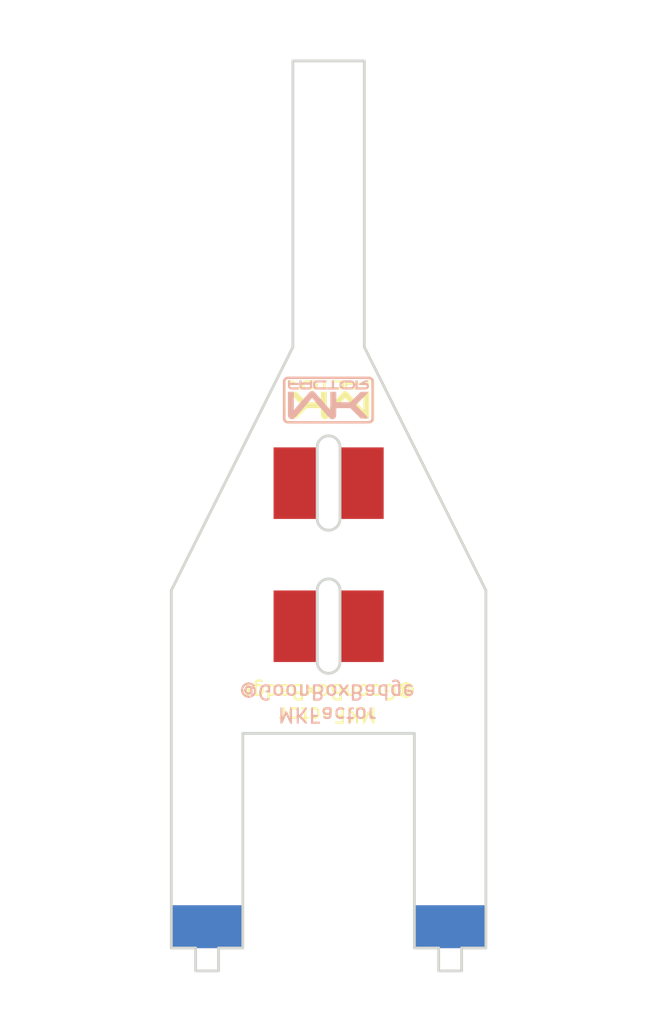
<source format=kicad_pcb>
(kicad_pcb (version 20171130) (host pcbnew "(5.1.2)-1")

  (general
    (thickness 1.6)
    (drawings 2)
    (tracks 0)
    (zones 0)
    (modules 9)
    (nets 1)
  )

  (page A4)
  (layers
    (0 F.Cu signal)
    (31 B.Cu signal)
    (32 B.Adhes user)
    (33 F.Adhes user)
    (34 B.Paste user)
    (35 F.Paste user)
    (36 B.SilkS user)
    (37 F.SilkS user)
    (38 B.Mask user)
    (39 F.Mask user)
    (40 Dwgs.User user)
    (41 Cmts.User user)
    (42 Eco1.User user)
    (43 Eco2.User user)
    (44 Edge.Cuts user)
    (45 Margin user)
    (46 B.CrtYd user)
    (47 F.CrtYd user)
    (48 B.Fab user)
    (49 F.Fab user)
  )

  (setup
    (last_trace_width 0.25)
    (trace_clearance 0.2)
    (zone_clearance 0.508)
    (zone_45_only no)
    (trace_min 0.2)
    (via_size 0.8)
    (via_drill 0.4)
    (via_min_size 0.4)
    (via_min_drill 0.3)
    (uvia_size 0.3)
    (uvia_drill 0.1)
    (uvias_allowed no)
    (uvia_min_size 0.2)
    (uvia_min_drill 0.1)
    (edge_width 0.05)
    (segment_width 0.2)
    (pcb_text_width 0.3)
    (pcb_text_size 1.5 1.5)
    (mod_edge_width 0.12)
    (mod_text_size 1 1)
    (mod_text_width 0.15)
    (pad_size 1.524 1.524)
    (pad_drill 0.762)
    (pad_to_mask_clearance 0.051)
    (solder_mask_min_width 0.25)
    (aux_axis_origin 0 0)
    (visible_elements 7FFFFFFF)
    (pcbplotparams
      (layerselection 0x010fc_ffffffff)
      (usegerberextensions true)
      (usegerberattributes false)
      (usegerberadvancedattributes false)
      (creategerberjobfile false)
      (excludeedgelayer true)
      (linewidth 0.100000)
      (plotframeref false)
      (viasonmask false)
      (mode 1)
      (useauxorigin false)
      (hpglpennumber 1)
      (hpglpenspeed 20)
      (hpglpendiameter 15.000000)
      (psnegative false)
      (psa4output false)
      (plotreference true)
      (plotvalue true)
      (plotinvisibletext false)
      (padsonsilk false)
      (subtractmaskfromsilk false)
      (outputformat 1)
      (mirror false)
      (drillshape 0)
      (scaleselection 1)
      (outputdirectory ""))
  )

  (net 0 "")

  (net_class Default "This is the default net class."
    (clearance 0.2)
    (trace_width 0.25)
    (via_dia 0.8)
    (via_drill 0.4)
    (uvia_dia 0.3)
    (uvia_drill 0.1)
  )

  (module libraries:MKFactorTiny (layer F.Cu) (tedit 0) (tstamp 5D008DC0)
    (at 146.02 84.89 180)
    (fp_text reference G*** (at 0 -5.46) (layer F.SilkS) hide
      (effects (font (size 1.524 1.524) (thickness 0.3)))
    )
    (fp_text value LOGO (at 3.77 -3.98) (layer F.SilkS) hide
      (effects (font (size 1.524 1.524) (thickness 0.3)))
    )
    (fp_poly (pts (xy -2.508847 -1.333816) (xy -2.482755 -1.329957) (xy -2.472069 -1.327493) (xy -2.449618 -1.319711)
      (xy -2.425073 -1.308306) (xy -2.401327 -1.294801) (xy -2.381276 -1.280719) (xy -2.378016 -1.278012)
      (xy -2.374096 -1.27395) (xy -2.365627 -1.264631) (xy -2.352815 -1.25029) (xy -2.335866 -1.231164)
      (xy -2.314986 -1.207489) (xy -2.290382 -1.1795) (xy -2.262259 -1.147433) (xy -2.230824 -1.111526)
      (xy -2.196282 -1.072012) (xy -2.15884 -1.02913) (xy -2.118704 -0.983113) (xy -2.076079 -0.934199)
      (xy -2.031173 -0.882624) (xy -1.984191 -0.828623) (xy -1.935338 -0.772432) (xy -1.884822 -0.714288)
      (xy -1.832848 -0.654426) (xy -1.779623 -0.593082) (xy -1.747909 -0.556512) (xy -1.684025 -0.482836)
      (xy -1.624725 -0.414457) (xy -1.569838 -0.351182) (xy -1.519192 -0.292816) (xy -1.472614 -0.239164)
      (xy -1.429934 -0.190031) (xy -1.390978 -0.145224) (xy -1.355577 -0.104548) (xy -1.323556 -0.067808)
      (xy -1.294745 -0.03481) (xy -1.268973 -0.005359) (xy -1.246066 0.020738) (xy -1.225853 0.043677)
      (xy -1.208162 0.063653) (xy -1.192822 0.080859) (xy -1.17966 0.095489) (xy -1.168505 0.10774)
      (xy -1.159185 0.117804) (xy -1.151528 0.125877) (xy -1.145362 0.132153) (xy -1.140515 0.136826)
      (xy -1.136816 0.140091) (xy -1.134092 0.142143) (xy -1.132172 0.143175) (xy -1.130885 0.143383)
      (xy -1.130057 0.14296) (xy -1.129947 0.142837) (xy -1.123629 0.135274) (xy -1.112938 0.122703)
      (xy -1.098121 0.105408) (xy -1.079424 0.083671) (xy -1.057095 0.057778) (xy -1.031378 0.02801)
      (xy -1.002523 -0.005348) (xy -0.970774 -0.042014) (xy -0.936379 -0.081703) (xy -0.899585 -0.124133)
      (xy -0.860637 -0.16902) (xy -0.819784 -0.216081) (xy -0.777271 -0.265031) (xy -0.733345 -0.315589)
      (xy -0.688253 -0.367469) (xy -0.642241 -0.42039) (xy -0.595557 -0.474067) (xy -0.548446 -0.528218)
      (xy -0.501156 -0.582558) (xy -0.453933 -0.636804) (xy -0.407024 -0.690674) (xy -0.360676 -0.743882)
      (xy -0.315135 -0.796147) (xy -0.270648 -0.847185) (xy -0.227461 -0.896712) (xy -0.185822 -0.944445)
      (xy -0.145977 -0.9901) (xy -0.108172 -1.033394) (xy -0.072655 -1.074044) (xy -0.039671 -1.111766)
      (xy -0.009469 -1.146277) (xy 0.017706 -1.177293) (xy 0.041607 -1.204531) (xy 0.061988 -1.227708)
      (xy 0.078601 -1.24654) (xy 0.0912 -1.260743) (xy 0.099538 -1.270035) (xy 0.103369 -1.274132)
      (xy 0.103413 -1.274174) (xy 0.132365 -1.297105) (xy 0.163296 -1.31429) (xy 0.197177 -1.326075)
      (xy 0.234977 -1.332804) (xy 0.27427 -1.334825) (xy 0.303094 -1.334231) (xy 0.327162 -1.331934)
      (xy 0.348894 -1.327385) (xy 0.370709 -1.320034) (xy 0.395023 -1.309332) (xy 0.402608 -1.305661)
      (xy 0.420812 -1.296074) (xy 0.43587 -1.286337) (xy 0.450352 -1.274587) (xy 0.466433 -1.259347)
      (xy 0.49072 -1.232483) (xy 0.511188 -1.204183) (xy 0.526688 -1.176137) (xy 0.532311 -1.162471)
      (xy 0.535269 -1.153982) (xy 0.537852 -1.145781) (xy 0.54009 -1.137321) (xy 0.542012 -1.128057)
      (xy 0.54365 -1.117439) (xy 0.545033 -1.104923) (xy 0.546193 -1.089961) (xy 0.54716 -1.072005)
      (xy 0.547965 -1.050509) (xy 0.548637 -1.024926) (xy 0.549208 -0.99471) (xy 0.549707 -0.959312)
      (xy 0.550166 -0.918187) (xy 0.550615 -0.870787) (xy 0.550992 -0.827353) (xy 0.553272 -0.559439)
      (xy 1.536137 -0.559439) (xy 2.262343 -1.282351) (xy 2.546117 -1.282351) (xy 2.590813 -1.282317)
      (xy 2.633345 -1.282219) (xy 2.673161 -1.282062) (xy 2.709712 -1.281851) (xy 2.742447 -1.281591)
      (xy 2.770816 -1.281288) (xy 2.79427 -1.280947) (xy 2.812256 -1.280573) (xy 2.824226 -1.280172)
      (xy 2.829629 -1.279749) (xy 2.829891 -1.279632) (xy 2.827363 -1.27682) (xy 2.819952 -1.269132)
      (xy 2.807914 -1.256827) (xy 2.791507 -1.240164) (xy 2.770988 -1.219401) (xy 2.746613 -1.194798)
      (xy 2.718641 -1.166612) (xy 2.687327 -1.135102) (xy 2.65293 -1.100528) (xy 2.615705 -1.063147)
      (xy 2.575912 -1.023218) (xy 2.533805 -0.981001) (xy 2.489644 -0.936752) (xy 2.443684 -0.890732)
      (xy 2.396182 -0.843199) (xy 2.369449 -0.81646) (xy 1.909006 -0.356007) (xy 2.369449 0.104446)
      (xy 2.417689 0.152702) (xy 2.46453 0.199588) (xy 2.509714 0.244844) (xy 2.552984 0.288213)
      (xy 2.594084 0.329434) (xy 2.632755 0.368251) (xy 2.668742 0.404404) (xy 2.701786 0.437634)
      (xy 2.731631 0.467682) (xy 2.75802 0.494292) (xy 2.780695 0.517202) (xy 2.7994 0.536156)
      (xy 2.813876 0.550893) (xy 2.823868 0.561157) (xy 2.829118 0.566687) (xy 2.829891 0.567618)
      (xy 2.82635 0.568047) (xy 2.816095 0.568456) (xy 2.799678 0.568838) (xy 2.777651 0.569189)
      (xy 2.750564 0.569503) (xy 2.718969 0.569775) (xy 2.683419 0.569999) (xy 2.644464 0.570171)
      (xy 2.602656 0.570285) (xy 2.558546 0.570335) (xy 2.54744 0.570337) (xy 2.264989 0.570337)
      (xy 1.538471 -0.156207) (xy 0.552173 -0.156207) (xy 0.552173 0.570337) (xy 0.145329 0.570337)
      (xy 0.14441 -0.070688) (xy 0.143492 -0.711713) (xy -0.392335 -0.093645) (xy -0.442739 -0.035515)
      (xy -0.492021 0.021302) (xy -0.539959 0.076549) (xy -0.58633 0.129973) (xy -0.630913 0.181316)
      (xy -0.673485 0.230325) (xy -0.713826 0.276744) (xy -0.751712 0.320318) (xy -0.786921 0.360792)
      (xy -0.819232 0.397911) (xy -0.848423 0.431419) (xy -0.874272 0.461062) (xy -0.896556 0.486584)
      (xy -0.915054 0.507729) (xy -0.929543 0.524244) (xy -0.939803 0.535873) (xy -0.94561 0.54236)
      (xy -0.94659 0.54341) (xy -0.977655 0.570323) (xy -1.013091 0.592008) (xy -1.05187 0.608101)
      (xy -1.092963 0.618236) (xy -1.13534 0.622045) (xy -1.164288 0.620844) (xy -1.18016 0.618904)
      (xy -1.195797 0.616322) (xy -1.206065 0.614083) (xy -1.225615 0.60738) (xy -1.248093 0.597257)
      (xy -1.270933 0.585049) (xy -1.291567 0.572088) (xy -1.302332 0.564094) (xy -1.307164 0.559354)
      (xy -1.316607 0.549258) (xy -1.330531 0.533951) (xy -1.348806 0.513584) (xy -1.371302 0.488303)
      (xy -1.39789 0.458257) (xy -1.428438 0.423593) (xy -1.462818 0.384461) (xy -1.5009 0.341007)
      (xy -1.542554 0.293381) (xy -1.587649 0.24173) (xy -1.636055 0.186202) (xy -1.687644 0.126945)
      (xy -1.742285 0.064108) (xy -1.799848 -0.002161) (xy -1.860203 -0.071716) (xy -1.869037 -0.081901)
      (xy -2.413945 -0.710245) (xy -2.415781 0.570337) (xy -2.818994 0.570337) (xy -2.818994 -0.268241)
      (xy -2.818992 -0.36032) (xy -2.818988 -0.44542) (xy -2.818976 -0.523824) (xy -2.818957 -0.595819)
      (xy -2.818926 -0.66169) (xy -2.818883 -0.721721) (xy -2.818823 -0.776199) (xy -2.818747 -0.825408)
      (xy -2.818649 -0.869634) (xy -2.81853 -0.909162) (xy -2.818386 -0.944277) (xy -2.818214 -0.975265)
      (xy -2.818013 -1.002411) (xy -2.817781 -1.026) (xy -2.817514 -1.046317) (xy -2.817211 -1.063648)
      (xy -2.816869 -1.078278) (xy -2.816486 -1.090492) (xy -2.81606 -1.100575) (xy -2.815588 -1.108813)
      (xy -2.815067 -1.115492) (xy -2.814497 -1.120895) (xy -2.813873 -1.12531) (xy -2.813195 -1.12902)
      (xy -2.812459 -1.132311) (xy -2.811927 -1.134447) (xy -2.799569 -1.17177) (xy -2.782191 -1.205558)
      (xy -2.759018 -1.237078) (xy -2.732506 -1.264614) (xy -2.699851 -1.291146) (xy -2.665228 -1.311202)
      (xy -2.627427 -1.325366) (xy -2.590047 -1.333506) (xy -2.565566 -1.335748) (xy -2.537475 -1.335799)
      (xy -2.508847 -1.333816)) (layer F.SilkS) (width 0.01))
    (fp_poly (pts (xy 2.264094 0.741138) (xy 2.325839 0.74115) (xy 2.380768 0.741176) (xy 2.429328 0.741239)
      (xy 2.471969 0.74136) (xy 2.509139 0.741561) (xy 2.541286 0.741863) (xy 2.56886 0.742289)
      (xy 2.592308 0.74286) (xy 2.61208 0.743598) (xy 2.628625 0.744525) (xy 2.64239 0.745662)
      (xy 2.653824 0.747031) (xy 2.663376 0.748653) (xy 2.671495 0.750551) (xy 2.67863 0.752747)
      (xy 2.685228 0.755261) (xy 2.691739 0.758116) (xy 2.69861 0.761333) (xy 2.700611 0.762279)
      (xy 2.735207 0.782532) (xy 2.765489 0.808299) (xy 2.790847 0.838843) (xy 2.810673 0.873428)
      (xy 2.824356 0.911316) (xy 2.824564 0.912104) (xy 2.829047 0.937468) (xy 2.830665 0.966196)
      (xy 2.829465 0.995391) (xy 2.825497 1.022156) (xy 2.822555 1.03351) (xy 2.807149 1.072237)
      (xy 2.786291 1.106165) (xy 2.760001 1.135273) (xy 2.728296 1.159543) (xy 2.691195 1.178958)
      (xy 2.670051 1.187035) (xy 2.657759 1.189795) (xy 2.638659 1.192099) (xy 2.613197 1.193903)
      (xy 2.593366 1.194789) (xy 2.533028 1.196982) (xy 2.674039 1.280021) (xy 2.703372 1.297319)
      (xy 2.730927 1.313614) (xy 2.75604 1.32851) (xy 2.778045 1.341612) (xy 2.796279 1.352522)
      (xy 2.810077 1.360845) (xy 2.818776 1.366185) (xy 2.821562 1.367999) (xy 2.822378 1.369289)
      (xy 2.820685 1.370342) (xy 2.815882 1.371181) (xy 2.807363 1.371831) (xy 2.794525 1.372314)
      (xy 2.776763 1.372654) (xy 2.753474 1.372876) (xy 2.724054 1.373002) (xy 2.69269 1.373054)
      (xy 2.557306 1.373169) (xy 2.365745 1.260087) (xy 2.331336 1.239745) (xy 2.29853 1.220295)
      (xy 2.267908 1.202085) (xy 2.240051 1.185463) (xy 2.21554 1.170776) (xy 2.194954 1.158372)
      (xy 2.178873 1.148599) (xy 2.16788 1.141805) (xy 2.162553 1.138338) (xy 2.162495 1.138295)
      (xy 2.151021 1.125657) (xy 2.145348 1.110262) (xy 2.145533 1.093809) (xy 2.151636 1.077992)
      (xy 2.160047 1.067647) (xy 2.169312 1.058939) (xy 2.396977 1.057122) (xy 2.443393 1.056743)
      (xy 2.483108 1.05639) (xy 2.516685 1.056041) (xy 2.544688 1.055676) (xy 2.567681 1.055273)
      (xy 2.586229 1.054813) (xy 2.600894 1.054274) (xy 2.612241 1.053635) (xy 2.620834 1.052876)
      (xy 2.627236 1.051975) (xy 2.632012 1.050912) (xy 2.635724 1.049666) (xy 2.638938 1.048217)
      (xy 2.639017 1.048178) (xy 2.660118 1.03423) (xy 2.67566 1.01679) (xy 2.685654 0.996932)
      (xy 2.690113 0.975731) (xy 2.689047 0.954263) (xy 2.682467 0.933602) (xy 2.670385 0.914824)
      (xy 2.652812 0.899002) (xy 2.637356 0.890311) (xy 2.634235 0.888969) (xy 2.630868 0.8878)
      (xy 2.62676 0.886792) (xy 2.621416 0.885932) (xy 2.61434 0.885208) (xy 2.605039 0.884609)
      (xy 2.593016 0.884123) (xy 2.577777 0.883736) (xy 2.558826 0.883439) (xy 2.535669 0.883217)
      (xy 2.507811 0.88306) (xy 2.474756 0.882955) (xy 2.436009 0.882891) (xy 2.391076 0.882854)
      (xy 2.33946 0.882834) (xy 2.329483 0.882831) (xy 2.037957 0.882752) (xy 2.037957 1.373169)
      (xy 1.899914 1.373169) (xy 1.899914 0.741075) (xy 2.264094 0.741138)) (layer F.SilkS) (width 0.01))
    (fp_poly (pts (xy 1.278561 0.741706) (xy 1.333229 0.741893) (xy 1.351372 0.741982) (xy 1.40074 0.742246)
      (xy 1.443404 0.742496) (xy 1.479926 0.742749) (xy 1.510867 0.743023) (xy 1.536788 0.743338)
      (xy 1.558252 0.743712) (xy 1.57582 0.744164) (xy 1.590053 0.744711) (xy 1.601514 0.745372)
      (xy 1.610762 0.746167) (xy 1.618361 0.747112) (xy 1.624872 0.748228) (xy 1.630855 0.749531)
      (xy 1.636873 0.751042) (xy 1.638358 0.75143) (xy 1.683425 0.766822) (xy 1.724934 0.788137)
      (xy 1.762413 0.814831) (xy 1.795387 0.846365) (xy 1.823384 0.882195) (xy 1.845931 0.921781)
      (xy 1.862555 0.96458) (xy 1.872784 1.010051) (xy 1.874278 1.021703) (xy 1.876019 1.069397)
      (xy 1.870936 1.115552) (xy 1.859401 1.159632) (xy 1.841786 1.201101) (xy 1.818462 1.239423)
      (xy 1.789801 1.274064) (xy 1.756176 1.304486) (xy 1.717957 1.330155) (xy 1.675517 1.350534)
      (xy 1.637362 1.363046) (xy 1.631549 1.364538) (xy 1.625841 1.365831) (xy 1.619691 1.36694)
      (xy 1.612553 1.367883) (xy 1.603882 1.368674) (xy 1.593133 1.36933) (xy 1.579759 1.369867)
      (xy 1.563214 1.3703) (xy 1.542954 1.370645) (xy 1.518432 1.370919) (xy 1.489102 1.371136)
      (xy 1.45442 1.371314) (xy 1.413839 1.371468) (xy 1.366813 1.371613) (xy 1.340474 1.371688)
      (xy 1.296408 1.371769) (xy 1.253969 1.371763) (xy 1.213794 1.371676) (xy 1.176518 1.371514)
      (xy 1.142779 1.37128) (xy 1.113211 1.370981) (xy 1.088452 1.370621) (xy 1.069137 1.370206)
      (xy 1.055902 1.369742) (xy 1.049856 1.369304) (xy 1.007981 1.36033) (xy 0.966532 1.344955)
      (xy 0.927118 1.323948) (xy 0.891345 1.298079) (xy 0.880121 1.288147) (xy 0.848436 1.254609)
      (xy 0.822944 1.218584) (xy 0.802861 1.178801) (xy 0.789657 1.141752) (xy 0.785479 1.126784)
      (xy 0.782662 1.11332) (xy 0.78093 1.099148) (xy 0.780011 1.082059) (xy 0.779638 1.060755)
      (xy 0.779694 1.057122) (xy 0.919165 1.057122) (xy 0.922658 1.091013) (xy 0.932709 1.123119)
      (xy 0.94867 1.152608) (xy 0.969898 1.178652) (xy 0.995746 1.200418) (xy 1.025568 1.217078)
      (xy 1.050265 1.225751) (xy 1.05836 1.226923) (xy 1.072977 1.227969) (xy 1.09337 1.22889)
      (xy 1.118798 1.229685) (xy 1.148515 1.230355) (xy 1.18178 1.230899) (xy 1.217847 1.231318)
      (xy 1.255973 1.231609) (xy 1.295416 1.231775) (xy 1.335431 1.231814) (xy 1.375275 1.231726)
      (xy 1.414204 1.231511) (xy 1.451474 1.231169) (xy 1.486343 1.2307) (xy 1.518066 1.230103)
      (xy 1.545901 1.229379) (xy 1.569102 1.228526) (xy 1.586928 1.227546) (xy 1.598634 1.226437)
      (xy 1.601716 1.225894) (xy 1.633652 1.214758) (xy 1.662496 1.197555) (xy 1.687516 1.175089)
      (xy 1.707984 1.148165) (xy 1.723167 1.117586) (xy 1.732337 1.084157) (xy 1.732748 1.081643)
      (xy 1.734418 1.048441) (xy 1.729423 1.015986) (xy 1.718366 0.985165) (xy 1.701846 0.956864)
      (xy 1.680465 0.931969) (xy 1.654823 0.911365) (xy 1.62552 0.895939) (xy 1.601716 0.888351)
      (xy 1.592882 0.887153) (xy 1.577587 0.886083) (xy 1.556579 0.885142) (xy 1.530607 0.88433)
      (xy 1.500419 0.883647) (xy 1.466764 0.883092) (xy 1.43039 0.882668) (xy 1.392047 0.882373)
      (xy 1.352483 0.882207) (xy 1.312447 0.882173) (xy 1.272686 0.882268) (xy 1.233951 0.882494)
      (xy 1.196989 0.882851) (xy 1.16255 0.88334) (xy 1.131381 0.883959) (xy 1.104232 0.884711)
      (xy 1.081852 0.885594) (xy 1.064988 0.88661) (xy 1.054389 0.887758) (xy 1.052375 0.88817)
      (xy 1.019439 0.90026) (xy 0.990124 0.918016) (xy 0.965042 0.940661) (xy 0.944808 0.967416)
      (xy 0.930035 0.997502) (xy 0.921337 1.030141) (xy 0.919165 1.057122) (xy 0.779694 1.057122)
      (xy 0.780112 1.030131) (xy 0.782451 1.004067) (xy 0.787188 0.980236) (xy 0.794854 0.956311)
      (xy 0.805982 0.929966) (xy 0.812871 0.915446) (xy 0.821609 0.897941) (xy 0.82915 0.884412)
      (xy 0.836873 0.872967) (xy 0.846157 0.861714) (xy 0.858379 0.848759) (xy 0.869785 0.837303)
      (xy 0.90492 0.806057) (xy 0.940996 0.781588) (xy 0.979014 0.763407) (xy 1.019977 0.751025)
      (xy 1.060207 0.744434) (xy 1.071841 0.743628) (xy 1.090459 0.742958) (xy 1.115784 0.742424)
      (xy 1.147535 0.74203) (xy 1.185435 0.741777) (xy 1.229203 0.741668) (xy 1.278561 0.741706)) (layer F.SilkS) (width 0.01))
    (fp_poly (pts (xy 0.726544 0.882752) (xy 0.395966 0.882752) (xy 0.395966 1.373169) (xy 0.243392 1.373169)
      (xy 0.243392 0.882752) (xy -0.087186 0.882752) (xy -0.087186 0.741075) (xy 0.726544 0.741075)
      (xy 0.726544 0.882752)) (layer F.SilkS) (width 0.01))
    (fp_poly (pts (xy -0.130779 0.882616) (xy -0.863345 0.884568) (xy -0.881126 0.895562) (xy -0.898316 0.90962)
      (xy -0.909902 0.924339) (xy -0.920896 0.942122) (xy -0.920896 1.172123) (xy -0.909902 1.189906)
      (xy -0.895844 1.207097) (xy -0.881126 1.218682) (xy -0.863345 1.229677) (xy -0.497062 1.230653)
      (xy -0.130779 1.231628) (xy -0.130779 1.373169) (xy -0.493143 1.372742) (xy -0.54423 1.372652)
      (xy -0.593528 1.372508) (xy -0.640517 1.372315) (xy -0.684677 1.372077) (xy -0.72549 1.371799)
      (xy -0.762435 1.371485) (xy -0.794994 1.371141) (xy -0.822646 1.370771) (xy -0.844872 1.370379)
      (xy -0.861152 1.369971) (xy -0.870967 1.36955) (xy -0.873398 1.369319) (xy -0.912993 1.359185)
      (xy -0.949143 1.342802) (xy -0.981451 1.320519) (xy -1.009522 1.292681) (xy -1.032959 1.259635)
      (xy -1.051366 1.221729) (xy -1.055767 1.209697) (xy -1.057563 1.203878) (xy -1.059014 1.197508)
      (xy -1.060158 1.189781) (xy -1.06103 1.179892) (xy -1.061666 1.167037) (xy -1.062102 1.15041)
      (xy -1.062374 1.129207) (xy -1.062518 1.102623) (xy -1.062569 1.069853) (xy -1.062572 1.057122)
      (xy -1.062544 1.022059) (xy -1.062436 0.993456) (xy -1.062212 0.970509) (xy -1.061835 0.952412)
      (xy -1.061272 0.938362) (xy -1.060484 0.927552) (xy -1.059437 0.919178) (xy -1.058094 0.912436)
      (xy -1.05642 0.90652) (xy -1.055767 0.904548) (xy -1.039278 0.866064) (xy -1.017713 0.831791)
      (xy -0.991638 0.802261) (xy -0.961616 0.778005) (xy -0.928214 0.759554) (xy -0.891996 0.747441)
      (xy -0.887732 0.74649) (xy -0.882593 0.745604) (xy -0.875749 0.744819) (xy -0.866777 0.744128)
      (xy -0.855255 0.743527) (xy -0.84076 0.743009) (xy -0.82287 0.742569) (xy -0.801161 0.7422)
      (xy -0.775211 0.741897) (xy -0.744598 0.741654) (xy -0.708898 0.741466) (xy -0.66769 0.741326)
      (xy -0.620549 0.741229) (xy -0.567055 0.741169) (xy -0.506783 0.741141) (xy -0.496775 0.741138)
      (xy -0.130779 0.741075) (xy -0.130779 0.882616)) (layer F.SilkS) (width 0.01))
    (fp_poly (pts (xy -1.483125 0.739279) (xy -1.444958 0.739369) (xy -1.412354 0.739569) (xy -1.384745 0.739923)
      (xy -1.361564 0.740475) (xy -1.342244 0.741267) (xy -1.326218 0.742342) (xy -1.312917 0.743744)
      (xy -1.301774 0.745517) (xy -1.292222 0.747702) (xy -1.283694 0.750343) (xy -1.275621 0.753485)
      (xy -1.267437 0.757169) (xy -1.258574 0.761438) (xy -1.25329 0.764011) (xy -1.21988 0.78405)
      (xy -1.191406 0.80939) (xy -1.167777 0.840121) (xy -1.15402 0.864996) (xy -1.146508 0.881757)
      (xy -1.139896 0.898503) (xy -1.135151 0.912695) (xy -1.133716 0.918349) (xy -1.132762 0.92693)
      (xy -1.131936 0.942641) (xy -1.13124 0.965349) (xy -1.130677 0.994921) (xy -1.130248 1.031222)
      (xy -1.129955 1.074118) (xy -1.129802 1.123477) (xy -1.129777 1.155385) (xy -1.129777 1.373169)
      (xy -1.267821 1.373169) (xy -1.267821 1.220595) (xy -1.878118 1.220595) (xy -1.878118 1.373169)
      (xy -2.020104 1.373169) (xy -2.018721 1.078919) (xy -1.878118 1.078919) (xy -1.267011 1.078919)
      (xy -1.268491 1.014438) (xy -1.269148 0.990278) (xy -1.269946 0.972107) (xy -1.271027 0.958646)
      (xy -1.272532 0.948617) (xy -1.274604 0.940743) (xy -1.277382 0.933746) (xy -1.277444 0.93361)
      (xy -1.291161 0.91192) (xy -1.31051 0.894725) (xy -1.320448 0.888744) (xy -1.323471 0.887183)
      (xy -1.326644 0.885846) (xy -1.33052 0.884714) (xy -1.33565 0.883771) (xy -1.342589 0.883)
      (xy -1.351888 0.882383) (xy -1.364101 0.881903) (xy -1.379779 0.881543) (xy -1.399476 0.881286)
      (xy -1.423745 0.881113) (xy -1.453138 0.88101) (xy -1.488207 0.880957) (xy -1.529506 0.880938)
      (xy -1.571153 0.880935) (xy -1.620098 0.880934) (xy -1.662328 0.88096) (xy -1.698393 0.881059)
      (xy -1.728844 0.881277) (xy -1.754231 0.88166) (xy -1.775104 0.882253) (xy -1.792014 0.883102)
      (xy -1.805511 0.884252) (xy -1.816146 0.885749) (xy -1.824468 0.887639) (xy -1.831028 0.889968)
      (xy -1.836377 0.892781) (xy -1.841065 0.896123) (xy -1.845641 0.900041) (xy -1.850099 0.904078)
      (xy -1.859183 0.912844) (xy -1.866063 0.921379) (xy -1.871042 0.930858) (xy -1.874423 0.942458)
      (xy -1.876508 0.957356) (xy -1.877601 0.976728) (xy -1.878004 1.00175) (xy -1.878039 1.012621)
      (xy -1.878118 1.078919) (xy -2.018721 1.078919) (xy -2.017978 0.920895) (xy -2.008245 0.894251)
      (xy -1.990515 0.855421) (xy -1.967601 0.821573) (xy -1.939711 0.792914) (xy -1.907052 0.769649)
      (xy -1.869833 0.751986) (xy -1.862056 0.74921) (xy -1.832709 0.739259) (xy -1.578419 0.739259)
      (xy -1.527423 0.739257) (xy -1.483125 0.739279)) (layer F.SilkS) (width 0.01))
    (fp_poly (pts (xy -2.063387 0.882752) (xy -2.33675 0.882787) (xy -2.610112 0.882823) (xy -2.628276 0.891409)
      (xy -2.644582 0.900337) (xy -2.657117 0.910473) (xy -2.666375 0.922884) (xy -2.67285 0.938635)
      (xy -2.677034 0.958791) (xy -2.679421 0.984418) (xy -2.680216 1.00354) (xy -2.681742 1.057122)
      (xy -2.063387 1.057122) (xy -2.063387 1.195166) (xy -2.68095 1.195166) (xy -2.68095 1.373169)
      (xy -2.818994 1.373169) (xy -2.818994 1.154153) (xy -2.81899 1.106627) (xy -2.818943 1.065746)
      (xy -2.818803 1.030889) (xy -2.818516 1.001438) (xy -2.818031 0.976771) (xy -2.817297 0.956267)
      (xy -2.816261 0.939308) (xy -2.814871 0.925272) (xy -2.813076 0.913539) (xy -2.810824 0.903488)
      (xy -2.808063 0.894501) (xy -2.804741 0.885955) (xy -2.800806 0.877232) (xy -2.796206 0.86771)
      (xy -2.794813 0.864859) (xy -2.779823 0.840206) (xy -2.759698 0.815796) (xy -2.736361 0.793588)
      (xy -2.711737 0.775536) (xy -2.70093 0.769384) (xy -2.691968 0.764712) (xy -2.684094 0.760629)
      (xy -2.676779 0.757093) (xy -2.669494 0.754063) (xy -2.661708 0.751497) (xy -2.652893 0.749354)
      (xy -2.642518 0.747593) (xy -2.630055 0.746172) (xy -2.614974 0.74505) (xy -2.596746 0.744185)
      (xy -2.57484 0.743537) (xy -2.548728 0.743063) (xy -2.51788 0.742723) (xy -2.481766 0.742475)
      (xy -2.439858 0.742278) (xy -2.391625 0.74209) (xy -2.349464 0.741924) (xy -2.063387 0.740748)
      (xy -2.063387 0.882752)) (layer F.SilkS) (width 0.01))
    (fp_poly (pts (xy 0.342082 -1.634674) (xy 0.501694 -1.634673) (xy 0.654491 -1.63467) (xy 0.800625 -1.634667)
      (xy 0.940245 -1.634661) (xy 1.073503 -1.634653) (xy 1.200548 -1.634642) (xy 1.321532 -1.634628)
      (xy 1.436605 -1.634611) (xy 1.545916 -1.63459) (xy 1.649617 -1.634564) (xy 1.747859 -1.634535)
      (xy 1.840791 -1.6345) (xy 1.928563 -1.63446) (xy 2.011328 -1.634414) (xy 2.089234 -1.634362)
      (xy 2.162432 -1.634304) (xy 2.231074 -1.634239) (xy 2.295308 -1.634166) (xy 2.355287 -1.634087)
      (xy 2.41116 -1.633999) (xy 2.463077 -1.633902) (xy 2.511189 -1.633797) (xy 2.555647 -1.633683)
      (xy 2.596601 -1.63356) (xy 2.634202 -1.633426) (xy 2.668599 -1.633282) (xy 2.699944 -1.633128)
      (xy 2.728387 -1.632963) (xy 2.754079 -1.632786) (xy 2.777169 -1.632597) (xy 2.797808 -1.632397)
      (xy 2.816147 -1.632183) (xy 2.832336 -1.631957) (xy 2.846526 -1.631718) (xy 2.858867 -1.631465)
      (xy 2.869509 -1.631198) (xy 2.878604 -1.630916) (xy 2.886301 -1.63062) (xy 2.892751 -1.630308)
      (xy 2.898104 -1.629981) (xy 2.902512 -1.629638) (xy 2.906123 -1.629279) (xy 2.90909 -1.628903)
      (xy 2.911561 -1.62851) (xy 2.913689 -1.6281) (xy 2.915622 -1.627671) (xy 2.917076 -1.627328)
      (xy 2.956415 -1.614744) (xy 2.995747 -1.59616) (xy 3.033399 -1.572648) (xy 3.067698 -1.54528)
      (xy 3.096969 -1.515128) (xy 3.10208 -1.508848) (xy 3.120752 -1.482168) (xy 3.138118 -1.45179)
      (xy 3.152965 -1.420156) (xy 3.164082 -1.389709) (xy 3.167602 -1.376802) (xy 3.168244 -1.374047)
      (xy 3.168848 -1.371193) (xy 3.169414 -1.368019) (xy 3.169943 -1.3643) (xy 3.170438 -1.359813)
      (xy 3.1709 -1.354336) (xy 3.171328 -1.347645) (xy 3.171726 -1.339518) (xy 3.172093 -1.32973)
      (xy 3.172431 -1.318059) (xy 3.172741 -1.304283) (xy 3.173025 -1.288177) (xy 3.173283 -1.269518)
      (xy 3.173517 -1.248084) (xy 3.173728 -1.223652) (xy 3.173917 -1.195998) (xy 3.174086 -1.164898)
      (xy 3.174235 -1.130131) (xy 3.174366 -1.091473) (xy 3.17448 -1.048701) (xy 3.174578 -1.001591)
      (xy 3.174661 -0.949921) (xy 3.174731 -0.893467) (xy 3.174788 -0.832007) (xy 3.174835 -0.765317)
      (xy 3.174871 -0.693174) (xy 3.174899 -0.615355) (xy 3.174919 -0.531637) (xy 3.174933 -0.441797)
      (xy 3.174941 -0.345611) (xy 3.174946 -0.242857) (xy 3.174948 -0.133311) (xy 3.174949 -0.01675)
      (xy 3.174949 -0.001816) (xy 3.174948 0.115633) (xy 3.174946 0.226041) (xy 3.174942 0.329629)
      (xy 3.174933 0.426621) (xy 3.17492 0.517241) (xy 3.1749 0.60171) (xy 3.174873 0.680253)
      (xy 3.174837 0.753092) (xy 3.174792 0.820451) (xy 3.174735 0.882552) (xy 3.174667 0.939619)
      (xy 3.174585 0.991875) (xy 3.174488 1.039543) (xy 3.174376 1.082846) (xy 3.174247 1.122008)
      (xy 3.174099 1.157251) (xy 3.173933 1.188798) (xy 3.173746 1.216873) (xy 3.173537 1.241699)
      (xy 3.173306 1.263499) (xy 3.17305 1.282495) (xy 3.17277 1.298912) (xy 3.172463 1.312972)
      (xy 3.172128 1.324898) (xy 3.171765 1.334914) (xy 3.171372 1.343243) (xy 3.170948 1.350107)
      (xy 3.170491 1.35573) (xy 3.170001 1.360336) (xy 3.169476 1.364146) (xy 3.168916 1.367384)
      (xy 3.168318 1.370274) (xy 3.167682 1.373038) (xy 3.167651 1.373169) (xy 3.159264 1.400499)
      (xy 3.146846 1.430402) (xy 3.131628 1.46044) (xy 3.11484 1.488173) (xy 3.098597 1.510116)
      (xy 3.066638 1.542949) (xy 3.029395 1.572121) (xy 2.988307 1.596725) (xy 2.944814 1.615852)
      (xy 2.917076 1.624615) (xy 2.886198 1.63288) (xy 0.010898 1.633552) (xy -0.162522 1.633592)
      (xy -0.328827 1.63363) (xy -0.488169 1.633666) (xy -0.640698 1.633699) (xy -0.786564 1.633729)
      (xy -0.92592 1.633755) (xy -1.058916 1.633778) (xy -1.185703 1.633796) (xy -1.306431 1.63381)
      (xy -1.421252 1.633818) (xy -1.530317 1.633822) (xy -1.633776 1.63382) (xy -1.73178 1.633812)
      (xy -1.82448 1.633798) (xy -1.912028 1.633778) (xy -1.994573 1.63375) (xy -2.072267 1.633716)
      (xy -2.145261 1.633673) (xy -2.213706 1.633623) (xy -2.277752 1.633564) (xy -2.337551 1.633497)
      (xy -2.393253 1.633421) (xy -2.445009 1.633336) (xy -2.492971 1.633241) (xy -2.537288 1.633136)
      (xy -2.578113 1.63302) (xy -2.615595 1.632894) (xy -2.649886 1.632757) (xy -2.681136 1.632609)
      (xy -2.709497 1.632449) (xy -2.73512 1.632277) (xy -2.758155 1.632093) (xy -2.778753 1.631896)
      (xy -2.797065 1.631686) (xy -2.813242 1.631462) (xy -2.827435 1.631225) (xy -2.839794 1.630974)
      (xy -2.850472 1.630708) (xy -2.859617 1.630427) (xy -2.867383 1.630132) (xy -2.873918 1.629821)
      (xy -2.879375 1.629494) (xy -2.883904 1.629152) (xy -2.887656 1.628792) (xy -2.890782 1.628416)
      (xy -2.893433 1.628023) (xy -2.89576 1.627613) (xy -2.897913 1.627184) (xy -2.898868 1.626985)
      (xy -2.947425 1.61323) (xy -2.992539 1.593246) (xy -3.033781 1.567366) (xy -3.07072 1.535925)
      (xy -3.102926 1.499256) (xy -3.129969 1.457693) (xy -3.138678 1.440938) (xy -3.147304 1.421656)
      (xy -3.155609 1.400389) (xy -3.162354 1.380432) (xy -3.164912 1.371353) (xy -3.173184 1.338658)
      (xy -3.173184 0.003605) (xy -3.01567 0.003605) (xy -3.015658 0.089222) (xy -3.015624 0.174504)
      (xy -3.015568 0.259131) (xy -3.01549 0.342789) (xy -3.015391 0.425159) (xy -3.015269 0.505925)
      (xy -3.015126 0.584771) (xy -3.014961 0.661379) (xy -3.014775 0.735434) (xy -3.014566 0.806617)
      (xy -3.014336 0.874613) (xy -3.014084 0.939104) (xy -3.01381 0.999775) (xy -3.013514 1.056307)
      (xy -3.013197 1.108385) (xy -3.012857 1.155691) (xy -3.012496 1.197909) (xy -3.012113 1.234722)
      (xy -3.011709 1.265814) (xy -3.011282 1.290867) (xy -3.010834 1.309564) (xy -3.010364 1.32159)
      (xy -3.009936 1.326387) (xy -2.99927 1.359868) (xy -2.982487 1.390575) (xy -2.960412 1.417673)
      (xy -2.933871 1.440328) (xy -2.903689 1.457705) (xy -2.870692 1.46897) (xy -2.868359 1.469495)
      (xy -2.863263 1.469816) (xy -2.851115 1.470128) (xy -2.832127 1.470431) (xy -2.806513 1.470724)
      (xy -2.774485 1.471008) (xy -2.736257 1.471283) (xy -2.692041 1.471548) (xy -2.64205 1.471804)
      (xy -2.586498 1.47205) (xy -2.525598 1.472287) (xy -2.459562 1.472515) (xy -2.388603 1.472733)
      (xy -2.312934 1.472942) (xy -2.232769 1.473141) (xy -2.148321 1.473331) (xy -2.059801 1.473511)
      (xy -1.967424 1.473682) (xy -1.871402 1.473844) (xy -1.771949 1.473996) (xy -1.669276 1.474139)
      (xy -1.563598 1.474272) (xy -1.455127 1.474395) (xy -1.344076 1.474509) (xy -1.230659 1.474614)
      (xy -1.115087 1.474709) (xy -0.997575 1.474795) (xy -0.878335 1.474871) (xy -0.75758 1.474938)
      (xy -0.635523 1.474995) (xy -0.512377 1.475043) (xy -0.388355 1.475081) (xy -0.263671 1.475109)
      (xy -0.138536 1.475128) (xy -0.013164 1.475138) (xy 0.112231 1.475138) (xy 0.237438 1.475128)
      (xy 0.362243 1.475109) (xy 0.486433 1.47508) (xy 0.609795 1.475041) (xy 0.732116 1.474993)
      (xy 0.853183 1.474936) (xy 0.972783 1.474869) (xy 1.090703 1.474792) (xy 1.206731 1.474705)
      (xy 1.320652 1.474609) (xy 1.432255 1.474504) (xy 1.541326 1.474388) (xy 1.647653 1.474264)
      (xy 1.751021 1.474129) (xy 1.851219 1.473985) (xy 1.948033 1.473831) (xy 2.04125 1.473667)
      (xy 2.130658 1.473494) (xy 2.216043 1.473311) (xy 2.297192 1.473119) (xy 2.373893 1.472916)
      (xy 2.445932 1.472705) (xy 2.513096 1.472483) (xy 2.575173 1.472252) (xy 2.631949 1.472011)
      (xy 2.683212 1.47176) (xy 2.728748 1.471499) (xy 2.768345 1.471229) (xy 2.801789 1.470949)
      (xy 2.828867 1.470659) (xy 2.849367 1.47036) (xy 2.863076 1.470051) (xy 2.86978 1.469732)
      (xy 2.870294 1.46966) (xy 2.904129 1.458895) (xy 2.934992 1.441984) (xy 2.962104 1.419709)
      (xy 2.98468 1.392852) (xy 3.00194 1.362195) (xy 3.013102 1.328518) (xy 3.013567 1.326387)
      (xy 3.014063 1.320418) (xy 3.014535 1.307499) (xy 3.014986 1.28795) (xy 3.015414 1.262085)
      (xy 3.01582 1.230222) (xy 3.016204 1.192677) (xy 3.016565 1.149768) (xy 3.016904 1.101812)
      (xy 3.01722 1.049124) (xy 3.017515 0.992023) (xy 3.017787 0.930824) (xy 3.018037 0.865844)
      (xy 3.018264 0.797401) (xy 3.018469 0.725811) (xy 3.018653 0.651391) (xy 3.018814 0.574458)
      (xy 3.018952 0.495328) (xy 3.019069 0.414319) (xy 3.019163 0.331747) (xy 3.019236 0.247928)
      (xy 3.019286 0.163181) (xy 3.019314 0.077821) (xy 3.01932 -0.007834) (xy 3.019304 -0.093468)
      (xy 3.019265 -0.178764) (xy 3.019205 -0.263405) (xy 3.019123 -0.347074) (xy 3.019018 -0.429455)
      (xy 3.018892 -0.510231) (xy 3.018744 -0.589084) (xy 3.018573 -0.665698) (xy 3.018381 -0.739757)
      (xy 3.018166 -0.810943) (xy 3.01793 -0.87894) (xy 3.017672 -0.943431) (xy 3.017392 -1.004099)
      (xy 3.01709 -1.060627) (xy 3.016766 -1.112698) (xy 3.01642 -1.159996) (xy 3.016052 -1.202203)
      (xy 3.015662 -1.239004) (xy 3.015251 -1.27008) (xy 3.014817 -1.295117) (xy 3.014362 -1.313795)
      (xy 3.013885 -1.325799) (xy 3.013455 -1.330557) (xy 3.002879 -1.363492) (xy 2.986116 -1.393879)
      (xy 2.964047 -1.420836) (xy 2.937558 -1.443476) (xy 2.907533 -1.460918) (xy 2.874854 -1.472276)
      (xy 2.870831 -1.473181) (xy 2.86562 -1.473518) (xy 2.853358 -1.473845) (xy 2.834256 -1.474162)
      (xy 2.808528 -1.474469) (xy 2.776388 -1.474767) (xy 2.738047 -1.475054) (xy 2.69372 -1.475331)
      (xy 2.64362 -1.475599) (xy 2.58796 -1.475857) (xy 2.526953 -1.476104) (xy 2.460811 -1.476342)
      (xy 2.389749 -1.47657) (xy 2.313979 -1.476788) (xy 2.233715 -1.476996) (xy 2.14917 -1.477194)
      (xy 2.060556 -1.477382) (xy 1.968088 -1.477561) (xy 1.871977 -1.477729) (xy 1.772438 -1.477887)
      (xy 1.669683 -1.478035) (xy 1.563926 -1.478174) (xy 1.45538 -1.478302) (xy 1.344257 -1.47842)
      (xy 1.230772 -1.478529) (xy 1.115137 -1.478627) (xy 0.997565 -1.478715) (xy 0.878269 -1.478794)
      (xy 0.757464 -1.478862) (xy 0.635361 -1.478921) (xy 0.512174 -1.478969) (xy 0.388116 -1.479008)
      (xy 0.2634 -1.479036) (xy 0.13824 -1.479054) (xy 0.012848 -1.479063) (xy -0.112561 -1.479061)
      (xy -0.237776 -1.479049) (xy -0.362584 -1.479027) (xy -0.486769 -1.478996) (xy -0.610121 -1.478954)
      (xy -0.732425 -1.478902) (xy -0.853469 -1.47884) (xy -0.973038 -1.478768) (xy -1.090921 -1.478686)
      (xy -1.206904 -1.478594) (xy -1.320773 -1.478491) (xy -1.432317 -1.478379) (xy -1.54132 -1.478257)
      (xy -1.647571 -1.478124) (xy -1.750856 -1.477982) (xy -1.850963 -1.477829) (xy -1.947677 -1.477666)
      (xy -2.040786 -1.477494) (xy -2.130076 -1.477311) (xy -2.215335 -1.477118) (xy -2.296349 -1.476915)
      (xy -2.372905 -1.476701) (xy -2.44479 -1.476478) (xy -2.511791 -1.476244) (xy -2.573695 -1.476001)
      (xy -2.630288 -1.475747) (xy -2.681358 -1.475483) (xy -2.72669 -1.475209) (xy -2.766073 -1.474925)
      (xy -2.799293 -1.474631) (xy -2.826137 -1.474326) (xy -2.846391 -1.474012) (xy -2.859842 -1.473687)
      (xy -2.866278 -1.473352) (xy -2.866662 -1.473293) (xy -2.900497 -1.462528) (xy -2.931361 -1.445617)
      (xy -2.958472 -1.423342) (xy -2.981048 -1.396485) (xy -2.998308 -1.365827) (xy -3.00947 -1.332151)
      (xy -3.009936 -1.33002) (xy -3.010425 -1.324081) (xy -3.010892 -1.311193) (xy -3.011338 -1.291674)
      (xy -3.011761 -1.265839) (xy -3.012163 -1.234006) (xy -3.012543 -1.196492) (xy -3.012902 -1.153612)
      (xy -3.013238 -1.105685) (xy -3.013553 -1.053026) (xy -3.013846 -0.995952) (xy -3.014117 -0.934781)
      (xy -3.014366 -0.869829) (xy -3.014594 -0.801412) (xy -3.014799 -0.729848) (xy -3.014983 -0.655453)
      (xy -3.015145 -0.578544) (xy -3.015286 -0.499438) (xy -3.015404 -0.418451) (xy -3.015501 -0.3359)
      (xy -3.015576 -0.252103) (xy -3.015629 -0.167375) (xy -3.01566 -0.082033) (xy -3.01567 0.003605)
      (xy -3.173184 0.003605) (xy -3.173184 -1.342291) (xy -3.164912 -1.374986) (xy -3.15024 -1.419249)
      (xy -3.129329 -1.462123) (xy -3.103076 -1.502173) (xy -3.07238 -1.537961) (xy -3.050391 -1.558323)
      (xy -3.027092 -1.575464) (xy -2.999177 -1.592201) (xy -2.969086 -1.607303) (xy -2.939257 -1.61954)
      (xy -2.913444 -1.627377) (xy -2.911549 -1.627817) (xy -2.90956 -1.628238) (xy -2.907327 -1.628642)
      (xy -2.904698 -1.629028) (xy -2.901524 -1.629398) (xy -2.897654 -1.629751) (xy -2.892937 -1.630088)
      (xy -2.887223 -1.63041) (xy -2.880362 -1.630716) (xy -2.872204 -1.631007) (xy -2.862597 -1.631283)
      (xy -2.851391 -1.631545) (xy -2.838436 -1.631793) (xy -2.823581 -1.632028) (xy -2.806676 -1.63225)
      (xy -2.787571 -1.632459) (xy -2.766114 -1.632655) (xy -2.742156 -1.63284) (xy -2.715546 -1.633013)
      (xy -2.686134 -1.633174) (xy -2.653768 -1.633325) (xy -2.618299 -1.633466) (xy -2.579577 -1.633596)
      (xy -2.53745 -1.633717) (xy -2.491768 -1.633828) (xy -2.442381 -1.63393) (xy -2.389138 -1.634024)
      (xy -2.331889 -1.634109) (xy -2.270484 -1.634187) (xy -2.204771 -1.634257) (xy -2.134601 -1.63432)
      (xy -2.059823 -1.634377) (xy -1.980286 -1.634427) (xy -1.89584 -1.634471) (xy -1.806335 -1.634509)
      (xy -1.71162 -1.634543) (xy -1.611545 -1.634571) (xy -1.505959 -1.634595) (xy -1.394712 -1.634615)
      (xy -1.277652 -1.634632) (xy -1.154631 -1.634645) (xy -1.025497 -1.634655) (xy -0.8901 -1.634662)
      (xy -0.748289 -1.634668) (xy -0.599915 -1.634671) (xy -0.444826 -1.634673) (xy -0.282871 -1.634674)
      (xy -0.113902 -1.634675) (xy 0.175507 -1.634675) (xy 0.342082 -1.634674)) (layer F.SilkS) (width 0.01))
  )

  (module libraries:MKFactorTiny (layer B.Cu) (tedit 0) (tstamp 5D008D0A)
    (at 145.98 84.89)
    (fp_text reference G*** (at 0 5.46) (layer B.SilkS) hide
      (effects (font (size 1.524 1.524) (thickness 0.3)) (justify mirror))
    )
    (fp_text value LOGO (at 3.77 3.98) (layer B.SilkS) hide
      (effects (font (size 1.524 1.524) (thickness 0.3)) (justify mirror))
    )
    (fp_poly (pts (xy 0.342082 1.634674) (xy 0.501694 1.634673) (xy 0.654491 1.63467) (xy 0.800625 1.634667)
      (xy 0.940245 1.634661) (xy 1.073503 1.634653) (xy 1.200548 1.634642) (xy 1.321532 1.634628)
      (xy 1.436605 1.634611) (xy 1.545916 1.63459) (xy 1.649617 1.634564) (xy 1.747859 1.634535)
      (xy 1.840791 1.6345) (xy 1.928563 1.63446) (xy 2.011328 1.634414) (xy 2.089234 1.634362)
      (xy 2.162432 1.634304) (xy 2.231074 1.634239) (xy 2.295308 1.634166) (xy 2.355287 1.634087)
      (xy 2.41116 1.633999) (xy 2.463077 1.633902) (xy 2.511189 1.633797) (xy 2.555647 1.633683)
      (xy 2.596601 1.63356) (xy 2.634202 1.633426) (xy 2.668599 1.633282) (xy 2.699944 1.633128)
      (xy 2.728387 1.632963) (xy 2.754079 1.632786) (xy 2.777169 1.632597) (xy 2.797808 1.632397)
      (xy 2.816147 1.632183) (xy 2.832336 1.631957) (xy 2.846526 1.631718) (xy 2.858867 1.631465)
      (xy 2.869509 1.631198) (xy 2.878604 1.630916) (xy 2.886301 1.63062) (xy 2.892751 1.630308)
      (xy 2.898104 1.629981) (xy 2.902512 1.629638) (xy 2.906123 1.629279) (xy 2.90909 1.628903)
      (xy 2.911561 1.62851) (xy 2.913689 1.6281) (xy 2.915622 1.627671) (xy 2.917076 1.627328)
      (xy 2.956415 1.614744) (xy 2.995747 1.59616) (xy 3.033399 1.572648) (xy 3.067698 1.54528)
      (xy 3.096969 1.515128) (xy 3.10208 1.508848) (xy 3.120752 1.482168) (xy 3.138118 1.45179)
      (xy 3.152965 1.420156) (xy 3.164082 1.389709) (xy 3.167602 1.376802) (xy 3.168244 1.374047)
      (xy 3.168848 1.371193) (xy 3.169414 1.368019) (xy 3.169943 1.3643) (xy 3.170438 1.359813)
      (xy 3.1709 1.354336) (xy 3.171328 1.347645) (xy 3.171726 1.339518) (xy 3.172093 1.32973)
      (xy 3.172431 1.318059) (xy 3.172741 1.304283) (xy 3.173025 1.288177) (xy 3.173283 1.269518)
      (xy 3.173517 1.248084) (xy 3.173728 1.223652) (xy 3.173917 1.195998) (xy 3.174086 1.164898)
      (xy 3.174235 1.130131) (xy 3.174366 1.091473) (xy 3.17448 1.048701) (xy 3.174578 1.001591)
      (xy 3.174661 0.949921) (xy 3.174731 0.893467) (xy 3.174788 0.832007) (xy 3.174835 0.765317)
      (xy 3.174871 0.693174) (xy 3.174899 0.615355) (xy 3.174919 0.531637) (xy 3.174933 0.441797)
      (xy 3.174941 0.345611) (xy 3.174946 0.242857) (xy 3.174948 0.133311) (xy 3.174949 0.01675)
      (xy 3.174949 0.001816) (xy 3.174948 -0.115633) (xy 3.174946 -0.226041) (xy 3.174942 -0.329629)
      (xy 3.174933 -0.426621) (xy 3.17492 -0.517241) (xy 3.1749 -0.60171) (xy 3.174873 -0.680253)
      (xy 3.174837 -0.753092) (xy 3.174792 -0.820451) (xy 3.174735 -0.882552) (xy 3.174667 -0.939619)
      (xy 3.174585 -0.991875) (xy 3.174488 -1.039543) (xy 3.174376 -1.082846) (xy 3.174247 -1.122008)
      (xy 3.174099 -1.157251) (xy 3.173933 -1.188798) (xy 3.173746 -1.216873) (xy 3.173537 -1.241699)
      (xy 3.173306 -1.263499) (xy 3.17305 -1.282495) (xy 3.17277 -1.298912) (xy 3.172463 -1.312972)
      (xy 3.172128 -1.324898) (xy 3.171765 -1.334914) (xy 3.171372 -1.343243) (xy 3.170948 -1.350107)
      (xy 3.170491 -1.35573) (xy 3.170001 -1.360336) (xy 3.169476 -1.364146) (xy 3.168916 -1.367384)
      (xy 3.168318 -1.370274) (xy 3.167682 -1.373038) (xy 3.167651 -1.373169) (xy 3.159264 -1.400499)
      (xy 3.146846 -1.430402) (xy 3.131628 -1.46044) (xy 3.11484 -1.488173) (xy 3.098597 -1.510116)
      (xy 3.066638 -1.542949) (xy 3.029395 -1.572121) (xy 2.988307 -1.596725) (xy 2.944814 -1.615852)
      (xy 2.917076 -1.624615) (xy 2.886198 -1.63288) (xy 0.010898 -1.633552) (xy -0.162522 -1.633592)
      (xy -0.328827 -1.63363) (xy -0.488169 -1.633666) (xy -0.640698 -1.633699) (xy -0.786564 -1.633729)
      (xy -0.92592 -1.633755) (xy -1.058916 -1.633778) (xy -1.185703 -1.633796) (xy -1.306431 -1.63381)
      (xy -1.421252 -1.633818) (xy -1.530317 -1.633822) (xy -1.633776 -1.63382) (xy -1.73178 -1.633812)
      (xy -1.82448 -1.633798) (xy -1.912028 -1.633778) (xy -1.994573 -1.63375) (xy -2.072267 -1.633716)
      (xy -2.145261 -1.633673) (xy -2.213706 -1.633623) (xy -2.277752 -1.633564) (xy -2.337551 -1.633497)
      (xy -2.393253 -1.633421) (xy -2.445009 -1.633336) (xy -2.492971 -1.633241) (xy -2.537288 -1.633136)
      (xy -2.578113 -1.63302) (xy -2.615595 -1.632894) (xy -2.649886 -1.632757) (xy -2.681136 -1.632609)
      (xy -2.709497 -1.632449) (xy -2.73512 -1.632277) (xy -2.758155 -1.632093) (xy -2.778753 -1.631896)
      (xy -2.797065 -1.631686) (xy -2.813242 -1.631462) (xy -2.827435 -1.631225) (xy -2.839794 -1.630974)
      (xy -2.850472 -1.630708) (xy -2.859617 -1.630427) (xy -2.867383 -1.630132) (xy -2.873918 -1.629821)
      (xy -2.879375 -1.629494) (xy -2.883904 -1.629152) (xy -2.887656 -1.628792) (xy -2.890782 -1.628416)
      (xy -2.893433 -1.628023) (xy -2.89576 -1.627613) (xy -2.897913 -1.627184) (xy -2.898868 -1.626985)
      (xy -2.947425 -1.61323) (xy -2.992539 -1.593246) (xy -3.033781 -1.567366) (xy -3.07072 -1.535925)
      (xy -3.102926 -1.499256) (xy -3.129969 -1.457693) (xy -3.138678 -1.440938) (xy -3.147304 -1.421656)
      (xy -3.155609 -1.400389) (xy -3.162354 -1.380432) (xy -3.164912 -1.371353) (xy -3.173184 -1.338658)
      (xy -3.173184 -0.003605) (xy -3.01567 -0.003605) (xy -3.015658 -0.089222) (xy -3.015624 -0.174504)
      (xy -3.015568 -0.259131) (xy -3.01549 -0.342789) (xy -3.015391 -0.425159) (xy -3.015269 -0.505925)
      (xy -3.015126 -0.584771) (xy -3.014961 -0.661379) (xy -3.014775 -0.735434) (xy -3.014566 -0.806617)
      (xy -3.014336 -0.874613) (xy -3.014084 -0.939104) (xy -3.01381 -0.999775) (xy -3.013514 -1.056307)
      (xy -3.013197 -1.108385) (xy -3.012857 -1.155691) (xy -3.012496 -1.197909) (xy -3.012113 -1.234722)
      (xy -3.011709 -1.265814) (xy -3.011282 -1.290867) (xy -3.010834 -1.309564) (xy -3.010364 -1.32159)
      (xy -3.009936 -1.326387) (xy -2.99927 -1.359868) (xy -2.982487 -1.390575) (xy -2.960412 -1.417673)
      (xy -2.933871 -1.440328) (xy -2.903689 -1.457705) (xy -2.870692 -1.46897) (xy -2.868359 -1.469495)
      (xy -2.863263 -1.469816) (xy -2.851115 -1.470128) (xy -2.832127 -1.470431) (xy -2.806513 -1.470724)
      (xy -2.774485 -1.471008) (xy -2.736257 -1.471283) (xy -2.692041 -1.471548) (xy -2.64205 -1.471804)
      (xy -2.586498 -1.47205) (xy -2.525598 -1.472287) (xy -2.459562 -1.472515) (xy -2.388603 -1.472733)
      (xy -2.312934 -1.472942) (xy -2.232769 -1.473141) (xy -2.148321 -1.473331) (xy -2.059801 -1.473511)
      (xy -1.967424 -1.473682) (xy -1.871402 -1.473844) (xy -1.771949 -1.473996) (xy -1.669276 -1.474139)
      (xy -1.563598 -1.474272) (xy -1.455127 -1.474395) (xy -1.344076 -1.474509) (xy -1.230659 -1.474614)
      (xy -1.115087 -1.474709) (xy -0.997575 -1.474795) (xy -0.878335 -1.474871) (xy -0.75758 -1.474938)
      (xy -0.635523 -1.474995) (xy -0.512377 -1.475043) (xy -0.388355 -1.475081) (xy -0.263671 -1.475109)
      (xy -0.138536 -1.475128) (xy -0.013164 -1.475138) (xy 0.112231 -1.475138) (xy 0.237438 -1.475128)
      (xy 0.362243 -1.475109) (xy 0.486433 -1.47508) (xy 0.609795 -1.475041) (xy 0.732116 -1.474993)
      (xy 0.853183 -1.474936) (xy 0.972783 -1.474869) (xy 1.090703 -1.474792) (xy 1.206731 -1.474705)
      (xy 1.320652 -1.474609) (xy 1.432255 -1.474504) (xy 1.541326 -1.474388) (xy 1.647653 -1.474264)
      (xy 1.751021 -1.474129) (xy 1.851219 -1.473985) (xy 1.948033 -1.473831) (xy 2.04125 -1.473667)
      (xy 2.130658 -1.473494) (xy 2.216043 -1.473311) (xy 2.297192 -1.473119) (xy 2.373893 -1.472916)
      (xy 2.445932 -1.472705) (xy 2.513096 -1.472483) (xy 2.575173 -1.472252) (xy 2.631949 -1.472011)
      (xy 2.683212 -1.47176) (xy 2.728748 -1.471499) (xy 2.768345 -1.471229) (xy 2.801789 -1.470949)
      (xy 2.828867 -1.470659) (xy 2.849367 -1.47036) (xy 2.863076 -1.470051) (xy 2.86978 -1.469732)
      (xy 2.870294 -1.46966) (xy 2.904129 -1.458895) (xy 2.934992 -1.441984) (xy 2.962104 -1.419709)
      (xy 2.98468 -1.392852) (xy 3.00194 -1.362195) (xy 3.013102 -1.328518) (xy 3.013567 -1.326387)
      (xy 3.014063 -1.320418) (xy 3.014535 -1.307499) (xy 3.014986 -1.28795) (xy 3.015414 -1.262085)
      (xy 3.01582 -1.230222) (xy 3.016204 -1.192677) (xy 3.016565 -1.149768) (xy 3.016904 -1.101812)
      (xy 3.01722 -1.049124) (xy 3.017515 -0.992023) (xy 3.017787 -0.930824) (xy 3.018037 -0.865844)
      (xy 3.018264 -0.797401) (xy 3.018469 -0.725811) (xy 3.018653 -0.651391) (xy 3.018814 -0.574458)
      (xy 3.018952 -0.495328) (xy 3.019069 -0.414319) (xy 3.019163 -0.331747) (xy 3.019236 -0.247928)
      (xy 3.019286 -0.163181) (xy 3.019314 -0.077821) (xy 3.01932 0.007834) (xy 3.019304 0.093468)
      (xy 3.019265 0.178764) (xy 3.019205 0.263405) (xy 3.019123 0.347074) (xy 3.019018 0.429455)
      (xy 3.018892 0.510231) (xy 3.018744 0.589084) (xy 3.018573 0.665698) (xy 3.018381 0.739757)
      (xy 3.018166 0.810943) (xy 3.01793 0.87894) (xy 3.017672 0.943431) (xy 3.017392 1.004099)
      (xy 3.01709 1.060627) (xy 3.016766 1.112698) (xy 3.01642 1.159996) (xy 3.016052 1.202203)
      (xy 3.015662 1.239004) (xy 3.015251 1.27008) (xy 3.014817 1.295117) (xy 3.014362 1.313795)
      (xy 3.013885 1.325799) (xy 3.013455 1.330557) (xy 3.002879 1.363492) (xy 2.986116 1.393879)
      (xy 2.964047 1.420836) (xy 2.937558 1.443476) (xy 2.907533 1.460918) (xy 2.874854 1.472276)
      (xy 2.870831 1.473181) (xy 2.86562 1.473518) (xy 2.853358 1.473845) (xy 2.834256 1.474162)
      (xy 2.808528 1.474469) (xy 2.776388 1.474767) (xy 2.738047 1.475054) (xy 2.69372 1.475331)
      (xy 2.64362 1.475599) (xy 2.58796 1.475857) (xy 2.526953 1.476104) (xy 2.460811 1.476342)
      (xy 2.389749 1.47657) (xy 2.313979 1.476788) (xy 2.233715 1.476996) (xy 2.14917 1.477194)
      (xy 2.060556 1.477382) (xy 1.968088 1.477561) (xy 1.871977 1.477729) (xy 1.772438 1.477887)
      (xy 1.669683 1.478035) (xy 1.563926 1.478174) (xy 1.45538 1.478302) (xy 1.344257 1.47842)
      (xy 1.230772 1.478529) (xy 1.115137 1.478627) (xy 0.997565 1.478715) (xy 0.878269 1.478794)
      (xy 0.757464 1.478862) (xy 0.635361 1.478921) (xy 0.512174 1.478969) (xy 0.388116 1.479008)
      (xy 0.2634 1.479036) (xy 0.13824 1.479054) (xy 0.012848 1.479063) (xy -0.112561 1.479061)
      (xy -0.237776 1.479049) (xy -0.362584 1.479027) (xy -0.486769 1.478996) (xy -0.610121 1.478954)
      (xy -0.732425 1.478902) (xy -0.853469 1.47884) (xy -0.973038 1.478768) (xy -1.090921 1.478686)
      (xy -1.206904 1.478594) (xy -1.320773 1.478491) (xy -1.432317 1.478379) (xy -1.54132 1.478257)
      (xy -1.647571 1.478124) (xy -1.750856 1.477982) (xy -1.850963 1.477829) (xy -1.947677 1.477666)
      (xy -2.040786 1.477494) (xy -2.130076 1.477311) (xy -2.215335 1.477118) (xy -2.296349 1.476915)
      (xy -2.372905 1.476701) (xy -2.44479 1.476478) (xy -2.511791 1.476244) (xy -2.573695 1.476001)
      (xy -2.630288 1.475747) (xy -2.681358 1.475483) (xy -2.72669 1.475209) (xy -2.766073 1.474925)
      (xy -2.799293 1.474631) (xy -2.826137 1.474326) (xy -2.846391 1.474012) (xy -2.859842 1.473687)
      (xy -2.866278 1.473352) (xy -2.866662 1.473293) (xy -2.900497 1.462528) (xy -2.931361 1.445617)
      (xy -2.958472 1.423342) (xy -2.981048 1.396485) (xy -2.998308 1.365827) (xy -3.00947 1.332151)
      (xy -3.009936 1.33002) (xy -3.010425 1.324081) (xy -3.010892 1.311193) (xy -3.011338 1.291674)
      (xy -3.011761 1.265839) (xy -3.012163 1.234006) (xy -3.012543 1.196492) (xy -3.012902 1.153612)
      (xy -3.013238 1.105685) (xy -3.013553 1.053026) (xy -3.013846 0.995952) (xy -3.014117 0.934781)
      (xy -3.014366 0.869829) (xy -3.014594 0.801412) (xy -3.014799 0.729848) (xy -3.014983 0.655453)
      (xy -3.015145 0.578544) (xy -3.015286 0.499438) (xy -3.015404 0.418451) (xy -3.015501 0.3359)
      (xy -3.015576 0.252103) (xy -3.015629 0.167375) (xy -3.01566 0.082033) (xy -3.01567 -0.003605)
      (xy -3.173184 -0.003605) (xy -3.173184 1.342291) (xy -3.164912 1.374986) (xy -3.15024 1.419249)
      (xy -3.129329 1.462123) (xy -3.103076 1.502173) (xy -3.07238 1.537961) (xy -3.050391 1.558323)
      (xy -3.027092 1.575464) (xy -2.999177 1.592201) (xy -2.969086 1.607303) (xy -2.939257 1.61954)
      (xy -2.913444 1.627377) (xy -2.911549 1.627817) (xy -2.90956 1.628238) (xy -2.907327 1.628642)
      (xy -2.904698 1.629028) (xy -2.901524 1.629398) (xy -2.897654 1.629751) (xy -2.892937 1.630088)
      (xy -2.887223 1.63041) (xy -2.880362 1.630716) (xy -2.872204 1.631007) (xy -2.862597 1.631283)
      (xy -2.851391 1.631545) (xy -2.838436 1.631793) (xy -2.823581 1.632028) (xy -2.806676 1.63225)
      (xy -2.787571 1.632459) (xy -2.766114 1.632655) (xy -2.742156 1.63284) (xy -2.715546 1.633013)
      (xy -2.686134 1.633174) (xy -2.653768 1.633325) (xy -2.618299 1.633466) (xy -2.579577 1.633596)
      (xy -2.53745 1.633717) (xy -2.491768 1.633828) (xy -2.442381 1.63393) (xy -2.389138 1.634024)
      (xy -2.331889 1.634109) (xy -2.270484 1.634187) (xy -2.204771 1.634257) (xy -2.134601 1.63432)
      (xy -2.059823 1.634377) (xy -1.980286 1.634427) (xy -1.89584 1.634471) (xy -1.806335 1.634509)
      (xy -1.71162 1.634543) (xy -1.611545 1.634571) (xy -1.505959 1.634595) (xy -1.394712 1.634615)
      (xy -1.277652 1.634632) (xy -1.154631 1.634645) (xy -1.025497 1.634655) (xy -0.8901 1.634662)
      (xy -0.748289 1.634668) (xy -0.599915 1.634671) (xy -0.444826 1.634673) (xy -0.282871 1.634674)
      (xy -0.113902 1.634675) (xy 0.175507 1.634675) (xy 0.342082 1.634674)) (layer B.SilkS) (width 0.01))
    (fp_poly (pts (xy -2.063387 -0.882752) (xy -2.33675 -0.882787) (xy -2.610112 -0.882823) (xy -2.628276 -0.891409)
      (xy -2.644582 -0.900337) (xy -2.657117 -0.910473) (xy -2.666375 -0.922884) (xy -2.67285 -0.938635)
      (xy -2.677034 -0.958791) (xy -2.679421 -0.984418) (xy -2.680216 -1.00354) (xy -2.681742 -1.057122)
      (xy -2.063387 -1.057122) (xy -2.063387 -1.195166) (xy -2.68095 -1.195166) (xy -2.68095 -1.373169)
      (xy -2.818994 -1.373169) (xy -2.818994 -1.154153) (xy -2.81899 -1.106627) (xy -2.818943 -1.065746)
      (xy -2.818803 -1.030889) (xy -2.818516 -1.001438) (xy -2.818031 -0.976771) (xy -2.817297 -0.956267)
      (xy -2.816261 -0.939308) (xy -2.814871 -0.925272) (xy -2.813076 -0.913539) (xy -2.810824 -0.903488)
      (xy -2.808063 -0.894501) (xy -2.804741 -0.885955) (xy -2.800806 -0.877232) (xy -2.796206 -0.86771)
      (xy -2.794813 -0.864859) (xy -2.779823 -0.840206) (xy -2.759698 -0.815796) (xy -2.736361 -0.793588)
      (xy -2.711737 -0.775536) (xy -2.70093 -0.769384) (xy -2.691968 -0.764712) (xy -2.684094 -0.760629)
      (xy -2.676779 -0.757093) (xy -2.669494 -0.754063) (xy -2.661708 -0.751497) (xy -2.652893 -0.749354)
      (xy -2.642518 -0.747593) (xy -2.630055 -0.746172) (xy -2.614974 -0.74505) (xy -2.596746 -0.744185)
      (xy -2.57484 -0.743537) (xy -2.548728 -0.743063) (xy -2.51788 -0.742723) (xy -2.481766 -0.742475)
      (xy -2.439858 -0.742278) (xy -2.391625 -0.74209) (xy -2.349464 -0.741924) (xy -2.063387 -0.740748)
      (xy -2.063387 -0.882752)) (layer B.SilkS) (width 0.01))
    (fp_poly (pts (xy -1.483125 -0.739279) (xy -1.444958 -0.739369) (xy -1.412354 -0.739569) (xy -1.384745 -0.739923)
      (xy -1.361564 -0.740475) (xy -1.342244 -0.741267) (xy -1.326218 -0.742342) (xy -1.312917 -0.743744)
      (xy -1.301774 -0.745517) (xy -1.292222 -0.747702) (xy -1.283694 -0.750343) (xy -1.275621 -0.753485)
      (xy -1.267437 -0.757169) (xy -1.258574 -0.761438) (xy -1.25329 -0.764011) (xy -1.21988 -0.78405)
      (xy -1.191406 -0.80939) (xy -1.167777 -0.840121) (xy -1.15402 -0.864996) (xy -1.146508 -0.881757)
      (xy -1.139896 -0.898503) (xy -1.135151 -0.912695) (xy -1.133716 -0.918349) (xy -1.132762 -0.92693)
      (xy -1.131936 -0.942641) (xy -1.13124 -0.965349) (xy -1.130677 -0.994921) (xy -1.130248 -1.031222)
      (xy -1.129955 -1.074118) (xy -1.129802 -1.123477) (xy -1.129777 -1.155385) (xy -1.129777 -1.373169)
      (xy -1.267821 -1.373169) (xy -1.267821 -1.220595) (xy -1.878118 -1.220595) (xy -1.878118 -1.373169)
      (xy -2.020104 -1.373169) (xy -2.018721 -1.078919) (xy -1.878118 -1.078919) (xy -1.267011 -1.078919)
      (xy -1.268491 -1.014438) (xy -1.269148 -0.990278) (xy -1.269946 -0.972107) (xy -1.271027 -0.958646)
      (xy -1.272532 -0.948617) (xy -1.274604 -0.940743) (xy -1.277382 -0.933746) (xy -1.277444 -0.93361)
      (xy -1.291161 -0.91192) (xy -1.31051 -0.894725) (xy -1.320448 -0.888744) (xy -1.323471 -0.887183)
      (xy -1.326644 -0.885846) (xy -1.33052 -0.884714) (xy -1.33565 -0.883771) (xy -1.342589 -0.883)
      (xy -1.351888 -0.882383) (xy -1.364101 -0.881903) (xy -1.379779 -0.881543) (xy -1.399476 -0.881286)
      (xy -1.423745 -0.881113) (xy -1.453138 -0.88101) (xy -1.488207 -0.880957) (xy -1.529506 -0.880938)
      (xy -1.571153 -0.880935) (xy -1.620098 -0.880934) (xy -1.662328 -0.88096) (xy -1.698393 -0.881059)
      (xy -1.728844 -0.881277) (xy -1.754231 -0.88166) (xy -1.775104 -0.882253) (xy -1.792014 -0.883102)
      (xy -1.805511 -0.884252) (xy -1.816146 -0.885749) (xy -1.824468 -0.887639) (xy -1.831028 -0.889968)
      (xy -1.836377 -0.892781) (xy -1.841065 -0.896123) (xy -1.845641 -0.900041) (xy -1.850099 -0.904078)
      (xy -1.859183 -0.912844) (xy -1.866063 -0.921379) (xy -1.871042 -0.930858) (xy -1.874423 -0.942458)
      (xy -1.876508 -0.957356) (xy -1.877601 -0.976728) (xy -1.878004 -1.00175) (xy -1.878039 -1.012621)
      (xy -1.878118 -1.078919) (xy -2.018721 -1.078919) (xy -2.017978 -0.920895) (xy -2.008245 -0.894251)
      (xy -1.990515 -0.855421) (xy -1.967601 -0.821573) (xy -1.939711 -0.792914) (xy -1.907052 -0.769649)
      (xy -1.869833 -0.751986) (xy -1.862056 -0.74921) (xy -1.832709 -0.739259) (xy -1.578419 -0.739259)
      (xy -1.527423 -0.739257) (xy -1.483125 -0.739279)) (layer B.SilkS) (width 0.01))
    (fp_poly (pts (xy -0.130779 -0.882616) (xy -0.863345 -0.884568) (xy -0.881126 -0.895562) (xy -0.898316 -0.90962)
      (xy -0.909902 -0.924339) (xy -0.920896 -0.942122) (xy -0.920896 -1.172123) (xy -0.909902 -1.189906)
      (xy -0.895844 -1.207097) (xy -0.881126 -1.218682) (xy -0.863345 -1.229677) (xy -0.497062 -1.230653)
      (xy -0.130779 -1.231628) (xy -0.130779 -1.373169) (xy -0.493143 -1.372742) (xy -0.54423 -1.372652)
      (xy -0.593528 -1.372508) (xy -0.640517 -1.372315) (xy -0.684677 -1.372077) (xy -0.72549 -1.371799)
      (xy -0.762435 -1.371485) (xy -0.794994 -1.371141) (xy -0.822646 -1.370771) (xy -0.844872 -1.370379)
      (xy -0.861152 -1.369971) (xy -0.870967 -1.36955) (xy -0.873398 -1.369319) (xy -0.912993 -1.359185)
      (xy -0.949143 -1.342802) (xy -0.981451 -1.320519) (xy -1.009522 -1.292681) (xy -1.032959 -1.259635)
      (xy -1.051366 -1.221729) (xy -1.055767 -1.209697) (xy -1.057563 -1.203878) (xy -1.059014 -1.197508)
      (xy -1.060158 -1.189781) (xy -1.06103 -1.179892) (xy -1.061666 -1.167037) (xy -1.062102 -1.15041)
      (xy -1.062374 -1.129207) (xy -1.062518 -1.102623) (xy -1.062569 -1.069853) (xy -1.062572 -1.057122)
      (xy -1.062544 -1.022059) (xy -1.062436 -0.993456) (xy -1.062212 -0.970509) (xy -1.061835 -0.952412)
      (xy -1.061272 -0.938362) (xy -1.060484 -0.927552) (xy -1.059437 -0.919178) (xy -1.058094 -0.912436)
      (xy -1.05642 -0.90652) (xy -1.055767 -0.904548) (xy -1.039278 -0.866064) (xy -1.017713 -0.831791)
      (xy -0.991638 -0.802261) (xy -0.961616 -0.778005) (xy -0.928214 -0.759554) (xy -0.891996 -0.747441)
      (xy -0.887732 -0.74649) (xy -0.882593 -0.745604) (xy -0.875749 -0.744819) (xy -0.866777 -0.744128)
      (xy -0.855255 -0.743527) (xy -0.84076 -0.743009) (xy -0.82287 -0.742569) (xy -0.801161 -0.7422)
      (xy -0.775211 -0.741897) (xy -0.744598 -0.741654) (xy -0.708898 -0.741466) (xy -0.66769 -0.741326)
      (xy -0.620549 -0.741229) (xy -0.567055 -0.741169) (xy -0.506783 -0.741141) (xy -0.496775 -0.741138)
      (xy -0.130779 -0.741075) (xy -0.130779 -0.882616)) (layer B.SilkS) (width 0.01))
    (fp_poly (pts (xy 0.726544 -0.882752) (xy 0.395966 -0.882752) (xy 0.395966 -1.373169) (xy 0.243392 -1.373169)
      (xy 0.243392 -0.882752) (xy -0.087186 -0.882752) (xy -0.087186 -0.741075) (xy 0.726544 -0.741075)
      (xy 0.726544 -0.882752)) (layer B.SilkS) (width 0.01))
    (fp_poly (pts (xy 1.278561 -0.741706) (xy 1.333229 -0.741893) (xy 1.351372 -0.741982) (xy 1.40074 -0.742246)
      (xy 1.443404 -0.742496) (xy 1.479926 -0.742749) (xy 1.510867 -0.743023) (xy 1.536788 -0.743338)
      (xy 1.558252 -0.743712) (xy 1.57582 -0.744164) (xy 1.590053 -0.744711) (xy 1.601514 -0.745372)
      (xy 1.610762 -0.746167) (xy 1.618361 -0.747112) (xy 1.624872 -0.748228) (xy 1.630855 -0.749531)
      (xy 1.636873 -0.751042) (xy 1.638358 -0.75143) (xy 1.683425 -0.766822) (xy 1.724934 -0.788137)
      (xy 1.762413 -0.814831) (xy 1.795387 -0.846365) (xy 1.823384 -0.882195) (xy 1.845931 -0.921781)
      (xy 1.862555 -0.96458) (xy 1.872784 -1.010051) (xy 1.874278 -1.021703) (xy 1.876019 -1.069397)
      (xy 1.870936 -1.115552) (xy 1.859401 -1.159632) (xy 1.841786 -1.201101) (xy 1.818462 -1.239423)
      (xy 1.789801 -1.274064) (xy 1.756176 -1.304486) (xy 1.717957 -1.330155) (xy 1.675517 -1.350534)
      (xy 1.637362 -1.363046) (xy 1.631549 -1.364538) (xy 1.625841 -1.365831) (xy 1.619691 -1.36694)
      (xy 1.612553 -1.367883) (xy 1.603882 -1.368674) (xy 1.593133 -1.36933) (xy 1.579759 -1.369867)
      (xy 1.563214 -1.3703) (xy 1.542954 -1.370645) (xy 1.518432 -1.370919) (xy 1.489102 -1.371136)
      (xy 1.45442 -1.371314) (xy 1.413839 -1.371468) (xy 1.366813 -1.371613) (xy 1.340474 -1.371688)
      (xy 1.296408 -1.371769) (xy 1.253969 -1.371763) (xy 1.213794 -1.371676) (xy 1.176518 -1.371514)
      (xy 1.142779 -1.37128) (xy 1.113211 -1.370981) (xy 1.088452 -1.370621) (xy 1.069137 -1.370206)
      (xy 1.055902 -1.369742) (xy 1.049856 -1.369304) (xy 1.007981 -1.36033) (xy 0.966532 -1.344955)
      (xy 0.927118 -1.323948) (xy 0.891345 -1.298079) (xy 0.880121 -1.288147) (xy 0.848436 -1.254609)
      (xy 0.822944 -1.218584) (xy 0.802861 -1.178801) (xy 0.789657 -1.141752) (xy 0.785479 -1.126784)
      (xy 0.782662 -1.11332) (xy 0.78093 -1.099148) (xy 0.780011 -1.082059) (xy 0.779638 -1.060755)
      (xy 0.779694 -1.057122) (xy 0.919165 -1.057122) (xy 0.922658 -1.091013) (xy 0.932709 -1.123119)
      (xy 0.94867 -1.152608) (xy 0.969898 -1.178652) (xy 0.995746 -1.200418) (xy 1.025568 -1.217078)
      (xy 1.050265 -1.225751) (xy 1.05836 -1.226923) (xy 1.072977 -1.227969) (xy 1.09337 -1.22889)
      (xy 1.118798 -1.229685) (xy 1.148515 -1.230355) (xy 1.18178 -1.230899) (xy 1.217847 -1.231318)
      (xy 1.255973 -1.231609) (xy 1.295416 -1.231775) (xy 1.335431 -1.231814) (xy 1.375275 -1.231726)
      (xy 1.414204 -1.231511) (xy 1.451474 -1.231169) (xy 1.486343 -1.2307) (xy 1.518066 -1.230103)
      (xy 1.545901 -1.229379) (xy 1.569102 -1.228526) (xy 1.586928 -1.227546) (xy 1.598634 -1.226437)
      (xy 1.601716 -1.225894) (xy 1.633652 -1.214758) (xy 1.662496 -1.197555) (xy 1.687516 -1.175089)
      (xy 1.707984 -1.148165) (xy 1.723167 -1.117586) (xy 1.732337 -1.084157) (xy 1.732748 -1.081643)
      (xy 1.734418 -1.048441) (xy 1.729423 -1.015986) (xy 1.718366 -0.985165) (xy 1.701846 -0.956864)
      (xy 1.680465 -0.931969) (xy 1.654823 -0.911365) (xy 1.62552 -0.895939) (xy 1.601716 -0.888351)
      (xy 1.592882 -0.887153) (xy 1.577587 -0.886083) (xy 1.556579 -0.885142) (xy 1.530607 -0.88433)
      (xy 1.500419 -0.883647) (xy 1.466764 -0.883092) (xy 1.43039 -0.882668) (xy 1.392047 -0.882373)
      (xy 1.352483 -0.882207) (xy 1.312447 -0.882173) (xy 1.272686 -0.882268) (xy 1.233951 -0.882494)
      (xy 1.196989 -0.882851) (xy 1.16255 -0.88334) (xy 1.131381 -0.883959) (xy 1.104232 -0.884711)
      (xy 1.081852 -0.885594) (xy 1.064988 -0.88661) (xy 1.054389 -0.887758) (xy 1.052375 -0.88817)
      (xy 1.019439 -0.90026) (xy 0.990124 -0.918016) (xy 0.965042 -0.940661) (xy 0.944808 -0.967416)
      (xy 0.930035 -0.997502) (xy 0.921337 -1.030141) (xy 0.919165 -1.057122) (xy 0.779694 -1.057122)
      (xy 0.780112 -1.030131) (xy 0.782451 -1.004067) (xy 0.787188 -0.980236) (xy 0.794854 -0.956311)
      (xy 0.805982 -0.929966) (xy 0.812871 -0.915446) (xy 0.821609 -0.897941) (xy 0.82915 -0.884412)
      (xy 0.836873 -0.872967) (xy 0.846157 -0.861714) (xy 0.858379 -0.848759) (xy 0.869785 -0.837303)
      (xy 0.90492 -0.806057) (xy 0.940996 -0.781588) (xy 0.979014 -0.763407) (xy 1.019977 -0.751025)
      (xy 1.060207 -0.744434) (xy 1.071841 -0.743628) (xy 1.090459 -0.742958) (xy 1.115784 -0.742424)
      (xy 1.147535 -0.74203) (xy 1.185435 -0.741777) (xy 1.229203 -0.741668) (xy 1.278561 -0.741706)) (layer B.SilkS) (width 0.01))
    (fp_poly (pts (xy 2.264094 -0.741138) (xy 2.325839 -0.74115) (xy 2.380768 -0.741176) (xy 2.429328 -0.741239)
      (xy 2.471969 -0.74136) (xy 2.509139 -0.741561) (xy 2.541286 -0.741863) (xy 2.56886 -0.742289)
      (xy 2.592308 -0.74286) (xy 2.61208 -0.743598) (xy 2.628625 -0.744525) (xy 2.64239 -0.745662)
      (xy 2.653824 -0.747031) (xy 2.663376 -0.748653) (xy 2.671495 -0.750551) (xy 2.67863 -0.752747)
      (xy 2.685228 -0.755261) (xy 2.691739 -0.758116) (xy 2.69861 -0.761333) (xy 2.700611 -0.762279)
      (xy 2.735207 -0.782532) (xy 2.765489 -0.808299) (xy 2.790847 -0.838843) (xy 2.810673 -0.873428)
      (xy 2.824356 -0.911316) (xy 2.824564 -0.912104) (xy 2.829047 -0.937468) (xy 2.830665 -0.966196)
      (xy 2.829465 -0.995391) (xy 2.825497 -1.022156) (xy 2.822555 -1.03351) (xy 2.807149 -1.072237)
      (xy 2.786291 -1.106165) (xy 2.760001 -1.135273) (xy 2.728296 -1.159543) (xy 2.691195 -1.178958)
      (xy 2.670051 -1.187035) (xy 2.657759 -1.189795) (xy 2.638659 -1.192099) (xy 2.613197 -1.193903)
      (xy 2.593366 -1.194789) (xy 2.533028 -1.196982) (xy 2.674039 -1.280021) (xy 2.703372 -1.297319)
      (xy 2.730927 -1.313614) (xy 2.75604 -1.32851) (xy 2.778045 -1.341612) (xy 2.796279 -1.352522)
      (xy 2.810077 -1.360845) (xy 2.818776 -1.366185) (xy 2.821562 -1.367999) (xy 2.822378 -1.369289)
      (xy 2.820685 -1.370342) (xy 2.815882 -1.371181) (xy 2.807363 -1.371831) (xy 2.794525 -1.372314)
      (xy 2.776763 -1.372654) (xy 2.753474 -1.372876) (xy 2.724054 -1.373002) (xy 2.69269 -1.373054)
      (xy 2.557306 -1.373169) (xy 2.365745 -1.260087) (xy 2.331336 -1.239745) (xy 2.29853 -1.220295)
      (xy 2.267908 -1.202085) (xy 2.240051 -1.185463) (xy 2.21554 -1.170776) (xy 2.194954 -1.158372)
      (xy 2.178873 -1.148599) (xy 2.16788 -1.141805) (xy 2.162553 -1.138338) (xy 2.162495 -1.138295)
      (xy 2.151021 -1.125657) (xy 2.145348 -1.110262) (xy 2.145533 -1.093809) (xy 2.151636 -1.077992)
      (xy 2.160047 -1.067647) (xy 2.169312 -1.058939) (xy 2.396977 -1.057122) (xy 2.443393 -1.056743)
      (xy 2.483108 -1.05639) (xy 2.516685 -1.056041) (xy 2.544688 -1.055676) (xy 2.567681 -1.055273)
      (xy 2.586229 -1.054813) (xy 2.600894 -1.054274) (xy 2.612241 -1.053635) (xy 2.620834 -1.052876)
      (xy 2.627236 -1.051975) (xy 2.632012 -1.050912) (xy 2.635724 -1.049666) (xy 2.638938 -1.048217)
      (xy 2.639017 -1.048178) (xy 2.660118 -1.03423) (xy 2.67566 -1.01679) (xy 2.685654 -0.996932)
      (xy 2.690113 -0.975731) (xy 2.689047 -0.954263) (xy 2.682467 -0.933602) (xy 2.670385 -0.914824)
      (xy 2.652812 -0.899002) (xy 2.637356 -0.890311) (xy 2.634235 -0.888969) (xy 2.630868 -0.8878)
      (xy 2.62676 -0.886792) (xy 2.621416 -0.885932) (xy 2.61434 -0.885208) (xy 2.605039 -0.884609)
      (xy 2.593016 -0.884123) (xy 2.577777 -0.883736) (xy 2.558826 -0.883439) (xy 2.535669 -0.883217)
      (xy 2.507811 -0.88306) (xy 2.474756 -0.882955) (xy 2.436009 -0.882891) (xy 2.391076 -0.882854)
      (xy 2.33946 -0.882834) (xy 2.329483 -0.882831) (xy 2.037957 -0.882752) (xy 2.037957 -1.373169)
      (xy 1.899914 -1.373169) (xy 1.899914 -0.741075) (xy 2.264094 -0.741138)) (layer B.SilkS) (width 0.01))
    (fp_poly (pts (xy -2.508847 1.333816) (xy -2.482755 1.329957) (xy -2.472069 1.327493) (xy -2.449618 1.319711)
      (xy -2.425073 1.308306) (xy -2.401327 1.294801) (xy -2.381276 1.280719) (xy -2.378016 1.278012)
      (xy -2.374096 1.27395) (xy -2.365627 1.264631) (xy -2.352815 1.25029) (xy -2.335866 1.231164)
      (xy -2.314986 1.207489) (xy -2.290382 1.1795) (xy -2.262259 1.147433) (xy -2.230824 1.111526)
      (xy -2.196282 1.072012) (xy -2.15884 1.02913) (xy -2.118704 0.983113) (xy -2.076079 0.934199)
      (xy -2.031173 0.882624) (xy -1.984191 0.828623) (xy -1.935338 0.772432) (xy -1.884822 0.714288)
      (xy -1.832848 0.654426) (xy -1.779623 0.593082) (xy -1.747909 0.556512) (xy -1.684025 0.482836)
      (xy -1.624725 0.414457) (xy -1.569838 0.351182) (xy -1.519192 0.292816) (xy -1.472614 0.239164)
      (xy -1.429934 0.190031) (xy -1.390978 0.145224) (xy -1.355577 0.104548) (xy -1.323556 0.067808)
      (xy -1.294745 0.03481) (xy -1.268973 0.005359) (xy -1.246066 -0.020738) (xy -1.225853 -0.043677)
      (xy -1.208162 -0.063653) (xy -1.192822 -0.080859) (xy -1.17966 -0.095489) (xy -1.168505 -0.10774)
      (xy -1.159185 -0.117804) (xy -1.151528 -0.125877) (xy -1.145362 -0.132153) (xy -1.140515 -0.136826)
      (xy -1.136816 -0.140091) (xy -1.134092 -0.142143) (xy -1.132172 -0.143175) (xy -1.130885 -0.143383)
      (xy -1.130057 -0.14296) (xy -1.129947 -0.142837) (xy -1.123629 -0.135274) (xy -1.112938 -0.122703)
      (xy -1.098121 -0.105408) (xy -1.079424 -0.083671) (xy -1.057095 -0.057778) (xy -1.031378 -0.02801)
      (xy -1.002523 0.005348) (xy -0.970774 0.042014) (xy -0.936379 0.081703) (xy -0.899585 0.124133)
      (xy -0.860637 0.16902) (xy -0.819784 0.216081) (xy -0.777271 0.265031) (xy -0.733345 0.315589)
      (xy -0.688253 0.367469) (xy -0.642241 0.42039) (xy -0.595557 0.474067) (xy -0.548446 0.528218)
      (xy -0.501156 0.582558) (xy -0.453933 0.636804) (xy -0.407024 0.690674) (xy -0.360676 0.743882)
      (xy -0.315135 0.796147) (xy -0.270648 0.847185) (xy -0.227461 0.896712) (xy -0.185822 0.944445)
      (xy -0.145977 0.9901) (xy -0.108172 1.033394) (xy -0.072655 1.074044) (xy -0.039671 1.111766)
      (xy -0.009469 1.146277) (xy 0.017706 1.177293) (xy 0.041607 1.204531) (xy 0.061988 1.227708)
      (xy 0.078601 1.24654) (xy 0.0912 1.260743) (xy 0.099538 1.270035) (xy 0.103369 1.274132)
      (xy 0.103413 1.274174) (xy 0.132365 1.297105) (xy 0.163296 1.31429) (xy 0.197177 1.326075)
      (xy 0.234977 1.332804) (xy 0.27427 1.334825) (xy 0.303094 1.334231) (xy 0.327162 1.331934)
      (xy 0.348894 1.327385) (xy 0.370709 1.320034) (xy 0.395023 1.309332) (xy 0.402608 1.305661)
      (xy 0.420812 1.296074) (xy 0.43587 1.286337) (xy 0.450352 1.274587) (xy 0.466433 1.259347)
      (xy 0.49072 1.232483) (xy 0.511188 1.204183) (xy 0.526688 1.176137) (xy 0.532311 1.162471)
      (xy 0.535269 1.153982) (xy 0.537852 1.145781) (xy 0.54009 1.137321) (xy 0.542012 1.128057)
      (xy 0.54365 1.117439) (xy 0.545033 1.104923) (xy 0.546193 1.089961) (xy 0.54716 1.072005)
      (xy 0.547965 1.050509) (xy 0.548637 1.024926) (xy 0.549208 0.99471) (xy 0.549707 0.959312)
      (xy 0.550166 0.918187) (xy 0.550615 0.870787) (xy 0.550992 0.827353) (xy 0.553272 0.559439)
      (xy 1.536137 0.559439) (xy 2.262343 1.282351) (xy 2.546117 1.282351) (xy 2.590813 1.282317)
      (xy 2.633345 1.282219) (xy 2.673161 1.282062) (xy 2.709712 1.281851) (xy 2.742447 1.281591)
      (xy 2.770816 1.281288) (xy 2.79427 1.280947) (xy 2.812256 1.280573) (xy 2.824226 1.280172)
      (xy 2.829629 1.279749) (xy 2.829891 1.279632) (xy 2.827363 1.27682) (xy 2.819952 1.269132)
      (xy 2.807914 1.256827) (xy 2.791507 1.240164) (xy 2.770988 1.219401) (xy 2.746613 1.194798)
      (xy 2.718641 1.166612) (xy 2.687327 1.135102) (xy 2.65293 1.100528) (xy 2.615705 1.063147)
      (xy 2.575912 1.023218) (xy 2.533805 0.981001) (xy 2.489644 0.936752) (xy 2.443684 0.890732)
      (xy 2.396182 0.843199) (xy 2.369449 0.81646) (xy 1.909006 0.356007) (xy 2.369449 -0.104446)
      (xy 2.417689 -0.152702) (xy 2.46453 -0.199588) (xy 2.509714 -0.244844) (xy 2.552984 -0.288213)
      (xy 2.594084 -0.329434) (xy 2.632755 -0.368251) (xy 2.668742 -0.404404) (xy 2.701786 -0.437634)
      (xy 2.731631 -0.467682) (xy 2.75802 -0.494292) (xy 2.780695 -0.517202) (xy 2.7994 -0.536156)
      (xy 2.813876 -0.550893) (xy 2.823868 -0.561157) (xy 2.829118 -0.566687) (xy 2.829891 -0.567618)
      (xy 2.82635 -0.568047) (xy 2.816095 -0.568456) (xy 2.799678 -0.568838) (xy 2.777651 -0.569189)
      (xy 2.750564 -0.569503) (xy 2.718969 -0.569775) (xy 2.683419 -0.569999) (xy 2.644464 -0.570171)
      (xy 2.602656 -0.570285) (xy 2.558546 -0.570335) (xy 2.54744 -0.570337) (xy 2.264989 -0.570337)
      (xy 1.538471 0.156207) (xy 0.552173 0.156207) (xy 0.552173 -0.570337) (xy 0.145329 -0.570337)
      (xy 0.14441 0.070688) (xy 0.143492 0.711713) (xy -0.392335 0.093645) (xy -0.442739 0.035515)
      (xy -0.492021 -0.021302) (xy -0.539959 -0.076549) (xy -0.58633 -0.129973) (xy -0.630913 -0.181316)
      (xy -0.673485 -0.230325) (xy -0.713826 -0.276744) (xy -0.751712 -0.320318) (xy -0.786921 -0.360792)
      (xy -0.819232 -0.397911) (xy -0.848423 -0.431419) (xy -0.874272 -0.461062) (xy -0.896556 -0.486584)
      (xy -0.915054 -0.507729) (xy -0.929543 -0.524244) (xy -0.939803 -0.535873) (xy -0.94561 -0.54236)
      (xy -0.94659 -0.54341) (xy -0.977655 -0.570323) (xy -1.013091 -0.592008) (xy -1.05187 -0.608101)
      (xy -1.092963 -0.618236) (xy -1.13534 -0.622045) (xy -1.164288 -0.620844) (xy -1.18016 -0.618904)
      (xy -1.195797 -0.616322) (xy -1.206065 -0.614083) (xy -1.225615 -0.60738) (xy -1.248093 -0.597257)
      (xy -1.270933 -0.585049) (xy -1.291567 -0.572088) (xy -1.302332 -0.564094) (xy -1.307164 -0.559354)
      (xy -1.316607 -0.549258) (xy -1.330531 -0.533951) (xy -1.348806 -0.513584) (xy -1.371302 -0.488303)
      (xy -1.39789 -0.458257) (xy -1.428438 -0.423593) (xy -1.462818 -0.384461) (xy -1.5009 -0.341007)
      (xy -1.542554 -0.293381) (xy -1.587649 -0.24173) (xy -1.636055 -0.186202) (xy -1.687644 -0.126945)
      (xy -1.742285 -0.064108) (xy -1.799848 0.002161) (xy -1.860203 0.071716) (xy -1.869037 0.081901)
      (xy -2.413945 0.710245) (xy -2.415781 -0.570337) (xy -2.818994 -0.570337) (xy -2.818994 0.268241)
      (xy -2.818992 0.36032) (xy -2.818988 0.44542) (xy -2.818976 0.523824) (xy -2.818957 0.595819)
      (xy -2.818926 0.66169) (xy -2.818883 0.721721) (xy -2.818823 0.776199) (xy -2.818747 0.825408)
      (xy -2.818649 0.869634) (xy -2.81853 0.909162) (xy -2.818386 0.944277) (xy -2.818214 0.975265)
      (xy -2.818013 1.002411) (xy -2.817781 1.026) (xy -2.817514 1.046317) (xy -2.817211 1.063648)
      (xy -2.816869 1.078278) (xy -2.816486 1.090492) (xy -2.81606 1.100575) (xy -2.815588 1.108813)
      (xy -2.815067 1.115492) (xy -2.814497 1.120895) (xy -2.813873 1.12531) (xy -2.813195 1.12902)
      (xy -2.812459 1.132311) (xy -2.811927 1.134447) (xy -2.799569 1.17177) (xy -2.782191 1.205558)
      (xy -2.759018 1.237078) (xy -2.732506 1.264614) (xy -2.699851 1.291146) (xy -2.665228 1.311202)
      (xy -2.627427 1.325366) (xy -2.590047 1.333506) (xy -2.565566 1.335748) (xy -2.537475 1.335799)
      (xy -2.508847 1.333816)) (layer B.SilkS) (width 0.01))
  )

  (module Outline (layer F.Cu) (tedit 5D007C8F) (tstamp 5D008AB5)
    (at 145.99 109.03)
    (fp_text reference REF** (at 0 0.5) (layer F.SilkS) hide
      (effects (font (size 1 1) (thickness 0.15)))
    )
    (fp_text value Outline (at 0 -0.5) (layer F.Fab)
      (effects (font (size 1 1) (thickness 0.15)))
    )
    (fp_line (start -7.69 14.16) (end -5.99 14.16) (layer Edge.Cuts) (width 0.2))
    (fp_line (start 6.01 14.16) (end 7.71 14.16) (layer Edge.Cuts) (width 0.2))
    (fp_line (start 9.31 14.16) (end 11.01 14.16) (layer Edge.Cuts) (width 0.2))
    (fp_line (start -9.29 14.16) (end -9.29 15.76) (layer Edge.Cuts) (width 0.2))
    (fp_line (start -0.79 -10.84) (end -0.79 -5.84) (layer Edge.Cuts) (width 0.2))
    (fp_arc (start 0.01 -5.84) (end -0.79 -5.84) (angle -180) (layer Edge.Cuts) (width 0.2))
    (fp_line (start 11.01 -10.84) (end 11.01 14.16) (layer Edge.Cuts) (width 0.2))
    (fp_line (start 9.31 15.76) (end 9.31 14.16) (layer Edge.Cuts) (width 0.2))
    (fp_line (start 0.809999 -5.84) (end 0.809999 -10.84) (layer Edge.Cuts) (width 0.2))
    (fp_arc (start 0.01 -20.84) (end 0.809999 -20.84) (angle -180) (layer Edge.Cuts) (width 0.2))
    (fp_line (start 7.71 15.76) (end 9.31 15.76) (layer Edge.Cuts) (width 0.2))
    (fp_line (start -5.99 -0.84) (end -5.99 14.16) (layer Edge.Cuts) (width 0.2))
    (fp_arc (start 0.01 -10.84) (end 0.809999 -10.84) (angle -180) (layer Edge.Cuts) (width 0.2))
    (fp_line (start 7.71 14.16) (end 7.71 15.76) (layer Edge.Cuts) (width 0.2))
    (fp_line (start 2.51 -27.84) (end 11.01 -10.84) (layer Edge.Cuts) (width 0.2))
    (fp_line (start -0.79 -20.84) (end -0.79 -15.84) (layer Edge.Cuts) (width 0.2))
    (fp_line (start -9.29 15.76) (end -7.69 15.76) (layer Edge.Cuts) (width 0.2))
    (fp_line (start -10.99 14.16) (end -9.29 14.16) (layer Edge.Cuts) (width 0.2))
    (fp_line (start 0.809999 -15.84) (end 0.809999 -20.84) (layer Edge.Cuts) (width 0.2))
    (fp_line (start 2.51 -47.84) (end 2.51 -27.84) (layer Edge.Cuts) (width 0.2))
    (fp_line (start -2.49 -27.84) (end -2.49 -47.84) (layer Edge.Cuts) (width 0.2))
    (fp_line (start -2.49 -27.84) (end -10.99 -10.84) (layer Edge.Cuts) (width 0.2))
    (fp_arc (start 0.01 -15.84) (end -0.79 -15.84) (angle -180) (layer Edge.Cuts) (width 0.2))
    (fp_line (start -2.49 -47.84) (end 2.51 -47.84) (layer Edge.Cuts) (width 0.2))
    (fp_line (start 6.01 -0.84) (end -5.99 -0.84) (layer Edge.Cuts) (width 0.2))
    (fp_line (start -7.69 15.76) (end -7.69 14.16) (layer Edge.Cuts) (width 0.2))
    (fp_line (start 6.01 14.16) (end 6.01 -0.84) (layer Edge.Cuts) (width 0.2))
    (fp_line (start -10.99 14.16) (end -10.99 -10.84) (layer Edge.Cuts) (width 0.2))
  )

  (module FifthElementB2BConnector:FifthElementSAOPusherB2BConnector2 (layer B.Cu) (tedit 5CC11500) (tstamp 5CC11726)
    (at 154.5 121.7)
    (fp_text reference REF** (at 0 -0.5) (layer B.SilkS) hide
      (effects (font (size 1 1) (thickness 0.15)) (justify mirror))
    )
    (fp_text value FifthElementSAOPusherB2BConnector2 (at 0 0.5) (layer B.Fab)
      (effects (font (size 1 1) (thickness 0.15)) (justify mirror))
    )
    (pad 1 smd rect (at 0 0) (size 5 3) (layers B.Cu B.Paste B.Mask))
  )

  (module FifthElementB2BConnector:FifthElementSAOPusherB2BConnector2 (layer F.Cu) (tedit 5CC11500) (tstamp 5CC11726)
    (at 154.5 121.7)
    (fp_text reference REF** (at 0 0.5) (layer F.SilkS) hide
      (effects (font (size 1 1) (thickness 0.15)))
    )
    (fp_text value FifthElementSAOPusherB2BConnector2 (at 0 -0.5) (layer F.Fab)
      (effects (font (size 1 1) (thickness 0.15)))
    )
    (pad 1 smd rect (at 0 0) (size 5 3) (layers F.Cu F.Paste F.Mask))
  )

  (module FifthElementB2BConnector:FifthElementSAOPusherB2BConnector2 (layer B.Cu) (tedit 5CC11500) (tstamp 5CC11726)
    (at 137.5 121.7)
    (fp_text reference REF** (at 0 -0.5) (layer B.SilkS) hide
      (effects (font (size 1 1) (thickness 0.15)) (justify mirror))
    )
    (fp_text value FifthElementSAOPusherB2BConnector2 (at 0 0.5) (layer B.Fab)
      (effects (font (size 1 1) (thickness 0.15)) (justify mirror))
    )
    (pad 1 smd rect (at 0 0) (size 5 3) (layers B.Cu B.Paste B.Mask))
  )

  (module FifthElementB2BConnector:FifthElementSAOPusherB2BConnector (layer F.Cu) (tedit 5CC11356) (tstamp 5CC116D0)
    (at 143.65 95.7)
    (fp_text reference REF** (at 0 0.5) (layer F.SilkS) hide
      (effects (font (size 1 1) (thickness 0.15)))
    )
    (fp_text value FifthElementSAOPusherB2BConnector (at 0 -0.5) (layer F.Fab)
      (effects (font (size 1 1) (thickness 0.15)))
    )
    (pad 2 smd rect (at 0 5) (size 3 5) (layers F.Cu F.Paste F.Mask))
    (pad 1 smd rect (at 0 -5) (size 3 5) (layers F.Cu F.Paste F.Mask))
  )

  (module FifthElementB2BConnector:FifthElementSAOPusherB2BConnector2 (layer F.Cu) (tedit 5CC11500) (tstamp 5CC1164D)
    (at 137.5 121.7)
    (fp_text reference REF** (at 0 0.5) (layer F.SilkS) hide
      (effects (font (size 1 1) (thickness 0.15)))
    )
    (fp_text value FifthElementSAOPusherB2BConnector2 (at 0 -0.5) (layer F.Fab)
      (effects (font (size 1 1) (thickness 0.15)))
    )
    (pad 1 smd rect (at 0 0) (size 5 3) (layers F.Cu F.Paste F.Mask))
  )

  (module FifthElementB2BConnector:FifthElementSAOPusherB2BConnector (layer F.Cu) (tedit 5CC11356) (tstamp 5CC1163E)
    (at 148.35 95.7)
    (fp_text reference REF** (at 0 0.5 90) (layer F.SilkS) hide
      (effects (font (size 1 1) (thickness 0.15)))
    )
    (fp_text value FifthElementSAOPusherB2BConnector (at 0 -0.5) (layer F.Fab)
      (effects (font (size 1 1) (thickness 0.15)))
    )
    (pad 1 smd rect (at 0 -5) (size 3 5) (layers F.Cu F.Paste F.Mask))
    (pad 2 smd rect (at 0 5) (size 3 5) (layers F.Cu F.Paste F.Mask))
  )

  (gr_text "MKFactor\n@GoonBoxBadge" (at 145.94 106.08 180) (layer F.SilkS) (tstamp 5D008DB1)
    (effects (font (size 1 1) (thickness 0.15)))
  )
  (gr_text "MKFactor\n@GoonBoxBadge" (at 145.89 106.09 180) (layer B.SilkS)
    (effects (font (size 1 1) (thickness 0.15)) (justify mirror))
  )

  (zone (net 0) (net_name "") (layer F.Mask) (tstamp 5D008E00) (hatch edge 0.508)
    (connect_pads (clearance 0.508))
    (min_thickness 0.254)
    (fill yes (arc_segments 32) (thermal_gap 0.508) (thermal_bridge_width 0.508))
    (polygon
      (pts
        (xy 130.92 58.99) (xy 159.29 58.6) (xy 158.89 126.08) (xy 131.92 126.67)
      )
    )
    (filled_polygon
      (pts
        (xy 148.5 81.19) (xy 157 98.19) (xy 157 123.19) (xy 155.3 123.19) (xy 155.3 124.79)
        (xy 153.7 124.79) (xy 153.7 123.19) (xy 152 123.19) (xy 152 108.19) (xy 140 108.19)
        (xy 140 123.19) (xy 138.3 123.19) (xy 138.3 124.79) (xy 136.7 124.79) (xy 136.7 123.19)
        (xy 135 123.19) (xy 135 98.19) (xy 145.2 98.19) (xy 145.2 103.19) (xy 145.220058 103.368017)
        (xy 145.279225 103.537107) (xy 145.374535 103.688792) (xy 145.501208 103.815465) (xy 145.652893 103.910775) (xy 145.821983 103.969942)
        (xy 146 103.99) (xy 146.178017 103.969942) (xy 146.347107 103.910775) (xy 146.498792 103.815465) (xy 146.625465 103.688792)
        (xy 146.720775 103.537107) (xy 146.779942 103.368017) (xy 146.799999 103.19) (xy 146.799999 98.19) (xy 146.779941 98.011983)
        (xy 146.720774 97.842893) (xy 146.625464 97.691209) (xy 146.498791 97.564536) (xy 146.347107 97.469226) (xy 146.178017 97.410059)
        (xy 146 97.390001) (xy 145.821983 97.410059) (xy 145.652893 97.469226) (xy 145.501209 97.564536) (xy 145.374536 97.691209)
        (xy 145.279226 97.842893) (xy 145.220059 98.011983) (xy 145.2 98.19) (xy 135 98.19) (xy 137.5 93.19)
        (xy 145.2 93.19) (xy 145.220058 93.368017) (xy 145.279225 93.537107) (xy 145.374535 93.688792) (xy 145.501208 93.815465)
        (xy 145.652893 93.910775) (xy 145.821983 93.969942) (xy 146 93.99) (xy 146.178017 93.969942) (xy 146.347107 93.910775)
        (xy 146.498792 93.815465) (xy 146.625465 93.688792) (xy 146.720775 93.537107) (xy 146.779942 93.368017) (xy 146.8 93.19)
        (xy 146.799999 88.19) (xy 146.779941 88.011983) (xy 146.720774 87.842893) (xy 146.625464 87.691209) (xy 146.498791 87.564536)
        (xy 146.347107 87.469226) (xy 146.178017 87.410059) (xy 146 87.390001) (xy 145.821983 87.410059) (xy 145.652893 87.469226)
        (xy 145.501209 87.564536) (xy 145.374536 87.691209) (xy 145.279226 87.842893) (xy 145.220059 88.011983) (xy 145.200001 88.19)
        (xy 145.2 93.19) (xy 137.5 93.19) (xy 143.5 81.19) (xy 143.5 61.19) (xy 148.5 61.19)
      )
    )
  )
  (zone (net 0) (net_name "") (layer B.Mask) (tstamp 5D008DFD) (hatch edge 0.508)
    (connect_pads (clearance 0.508))
    (min_thickness 0.254)
    (fill yes (arc_segments 32) (thermal_gap 0.508) (thermal_bridge_width 0.508))
    (polygon
      (pts
        (xy 126.92 127.4) (xy 160.36 128.53) (xy 160.69 56.93) (xy 130.12 58.13)
      )
    )
    (filled_polygon
      (pts
        (xy 148.5 81.19) (xy 157 98.19) (xy 157 123.19) (xy 155.3 123.19) (xy 155.3 124.79)
        (xy 153.7 124.79) (xy 153.7 123.19) (xy 152 123.19) (xy 152 108.19) (xy 140 108.19)
        (xy 140 123.19) (xy 138.3 123.19) (xy 138.3 124.79) (xy 136.7 124.79) (xy 136.7 123.19)
        (xy 135 123.19) (xy 135 98.19) (xy 145.2 98.19) (xy 145.2 103.19) (xy 145.220058 103.368017)
        (xy 145.279225 103.537107) (xy 145.374535 103.688792) (xy 145.501208 103.815465) (xy 145.652893 103.910775) (xy 145.821983 103.969942)
        (xy 146 103.99) (xy 146.178017 103.969942) (xy 146.347107 103.910775) (xy 146.498792 103.815465) (xy 146.625465 103.688792)
        (xy 146.720775 103.537107) (xy 146.779942 103.368017) (xy 146.799999 103.19) (xy 146.799999 98.19) (xy 146.779941 98.011983)
        (xy 146.720774 97.842893) (xy 146.625464 97.691209) (xy 146.498791 97.564536) (xy 146.347107 97.469226) (xy 146.178017 97.410059)
        (xy 146 97.390001) (xy 145.821983 97.410059) (xy 145.652893 97.469226) (xy 145.501209 97.564536) (xy 145.374536 97.691209)
        (xy 145.279226 97.842893) (xy 145.220059 98.011983) (xy 145.2 98.19) (xy 135 98.19) (xy 137.5 93.19)
        (xy 145.2 93.19) (xy 145.220058 93.368017) (xy 145.279225 93.537107) (xy 145.374535 93.688792) (xy 145.501208 93.815465)
        (xy 145.652893 93.910775) (xy 145.821983 93.969942) (xy 146 93.99) (xy 146.178017 93.969942) (xy 146.347107 93.910775)
        (xy 146.498792 93.815465) (xy 146.625465 93.688792) (xy 146.720775 93.537107) (xy 146.779942 93.368017) (xy 146.8 93.19)
        (xy 146.799999 88.19) (xy 146.779941 88.011983) (xy 146.720774 87.842893) (xy 146.625464 87.691209) (xy 146.498791 87.564536)
        (xy 146.347107 87.469226) (xy 146.178017 87.410059) (xy 146 87.390001) (xy 145.821983 87.410059) (xy 145.652893 87.469226)
        (xy 145.501209 87.564536) (xy 145.374536 87.691209) (xy 145.279226 87.842893) (xy 145.220059 88.011983) (xy 145.200001 88.19)
        (xy 145.2 93.19) (xy 137.5 93.19) (xy 143.5 81.19) (xy 143.5 61.19) (xy 148.5 61.19)
      )
    )
  )
)

</source>
